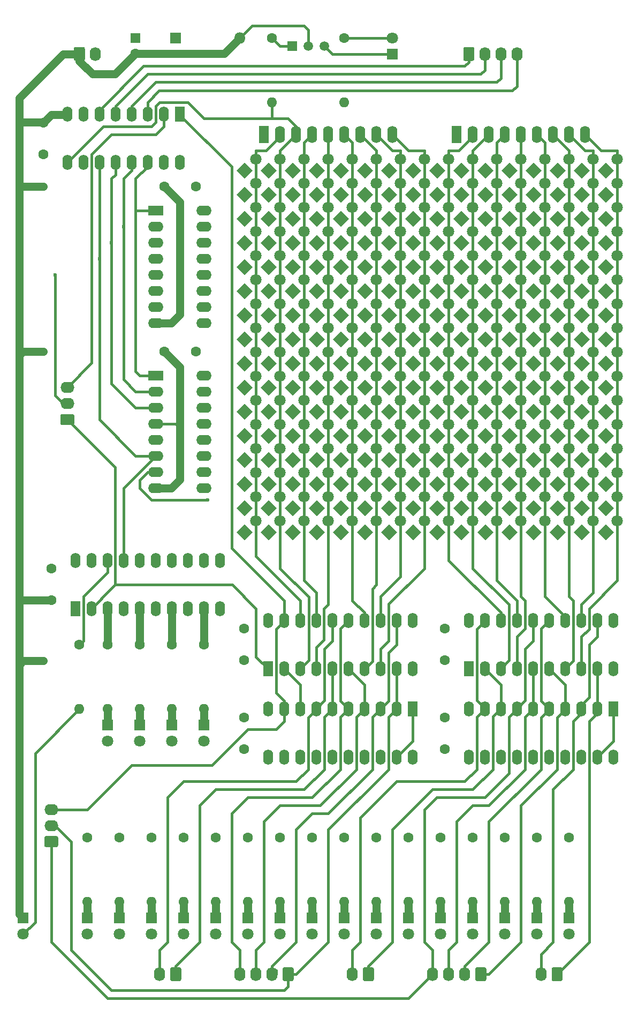
<source format=gbr>
G04 #@! TF.GenerationSoftware,KiCad,Pcbnew,(5.1.7)-1*
G04 #@! TF.CreationDate,2020-11-15T10:49:11+01:00*
G04 #@! TF.ProjectId,Steuerwerk,53746575-6572-4776-9572-6b2e6b696361,rev?*
G04 #@! TF.SameCoordinates,Original*
G04 #@! TF.FileFunction,Copper,L2,Bot*
G04 #@! TF.FilePolarity,Positive*
%FSLAX46Y46*%
G04 Gerber Fmt 4.6, Leading zero omitted, Abs format (unit mm)*
G04 Created by KiCad (PCBNEW (5.1.7)-1) date 2020-11-15 10:49:11*
%MOMM*%
%LPD*%
G01*
G04 APERTURE LIST*
G04 #@! TA.AperFunction,ComponentPad*
%ADD10C,1.800000*%
G04 #@! TD*
G04 #@! TA.AperFunction,ComponentPad*
%ADD11C,0.100000*%
G04 #@! TD*
G04 #@! TA.AperFunction,ComponentPad*
%ADD12O,1.740000X2.190000*%
G04 #@! TD*
G04 #@! TA.AperFunction,ComponentPad*
%ADD13O,1.600000X2.700000*%
G04 #@! TD*
G04 #@! TA.AperFunction,ComponentPad*
%ADD14R,1.600000X2.700000*%
G04 #@! TD*
G04 #@! TA.AperFunction,ComponentPad*
%ADD15O,1.800000X1.800000*%
G04 #@! TD*
G04 #@! TA.AperFunction,ComponentPad*
%ADD16R,1.800000X1.800000*%
G04 #@! TD*
G04 #@! TA.AperFunction,ComponentPad*
%ADD17R,1.500000X1.500000*%
G04 #@! TD*
G04 #@! TA.AperFunction,ComponentPad*
%ADD18C,1.500000*%
G04 #@! TD*
G04 #@! TA.AperFunction,ComponentPad*
%ADD19O,2.400000X1.600000*%
G04 #@! TD*
G04 #@! TA.AperFunction,ComponentPad*
%ADD20R,2.400000X1.600000*%
G04 #@! TD*
G04 #@! TA.AperFunction,ComponentPad*
%ADD21O,1.600000X2.400000*%
G04 #@! TD*
G04 #@! TA.AperFunction,ComponentPad*
%ADD22R,1.600000X2.400000*%
G04 #@! TD*
G04 #@! TA.AperFunction,ComponentPad*
%ADD23O,1.600000X1.600000*%
G04 #@! TD*
G04 #@! TA.AperFunction,ComponentPad*
%ADD24C,1.600000*%
G04 #@! TD*
G04 #@! TA.AperFunction,ComponentPad*
%ADD25R,1.600000X1.600000*%
G04 #@! TD*
G04 #@! TA.AperFunction,ComponentPad*
%ADD26O,2.190000X1.740000*%
G04 #@! TD*
G04 #@! TA.AperFunction,ViaPad*
%ADD27C,0.600000*%
G04 #@! TD*
G04 #@! TA.AperFunction,Conductor*
%ADD28C,1.250000*%
G04 #@! TD*
G04 #@! TA.AperFunction,Conductor*
%ADD29C,0.400000*%
G04 #@! TD*
G04 #@! TA.AperFunction,Conductor*
%ADD30C,0.600000*%
G04 #@! TD*
G04 APERTURE END LIST*
D10*
X138466000Y-113734947D03*
G04 #@! TA.AperFunction,ComponentPad*
D11*
G36*
X136669949Y-116803790D02*
G01*
X135397157Y-115530998D01*
X136669949Y-114258206D01*
X137942741Y-115530998D01*
X136669949Y-116803790D01*
G37*
G04 #@! TD.AperFunction*
D10*
X134656000Y-113734947D03*
G04 #@! TA.AperFunction,ComponentPad*
D11*
G36*
X132859949Y-116803790D02*
G01*
X131587157Y-115530998D01*
X132859949Y-114258206D01*
X134132741Y-115530998D01*
X132859949Y-116803790D01*
G37*
G04 #@! TD.AperFunction*
D10*
X138466000Y-109924947D03*
G04 #@! TA.AperFunction,ComponentPad*
D11*
G36*
X136669949Y-112993790D02*
G01*
X135397157Y-111720998D01*
X136669949Y-110448206D01*
X137942741Y-111720998D01*
X136669949Y-112993790D01*
G37*
G04 #@! TD.AperFunction*
D10*
X134656000Y-109924947D03*
G04 #@! TA.AperFunction,ComponentPad*
D11*
G36*
X132859949Y-112993790D02*
G01*
X131587157Y-111720998D01*
X132859949Y-110448206D01*
X134132741Y-111720998D01*
X132859949Y-112993790D01*
G37*
G04 #@! TD.AperFunction*
D10*
X138466000Y-106114947D03*
G04 #@! TA.AperFunction,ComponentPad*
D11*
G36*
X136669949Y-109183790D02*
G01*
X135397157Y-107910998D01*
X136669949Y-106638206D01*
X137942741Y-107910998D01*
X136669949Y-109183790D01*
G37*
G04 #@! TD.AperFunction*
D10*
X134656000Y-106114947D03*
G04 #@! TA.AperFunction,ComponentPad*
D11*
G36*
X132859949Y-109183790D02*
G01*
X131587157Y-107910998D01*
X132859949Y-106638206D01*
X134132741Y-107910998D01*
X132859949Y-109183790D01*
G37*
G04 #@! TD.AperFunction*
D10*
X138466000Y-102304947D03*
G04 #@! TA.AperFunction,ComponentPad*
D11*
G36*
X136669949Y-105373790D02*
G01*
X135397157Y-104100998D01*
X136669949Y-102828206D01*
X137942741Y-104100998D01*
X136669949Y-105373790D01*
G37*
G04 #@! TD.AperFunction*
D10*
X134656000Y-102304947D03*
G04 #@! TA.AperFunction,ComponentPad*
D11*
G36*
X132859949Y-105373790D02*
G01*
X131587157Y-104100998D01*
X132859949Y-102828206D01*
X134132741Y-104100998D01*
X132859949Y-105373790D01*
G37*
G04 #@! TD.AperFunction*
D10*
X138466000Y-98494947D03*
G04 #@! TA.AperFunction,ComponentPad*
D11*
G36*
X136669949Y-101563790D02*
G01*
X135397157Y-100290998D01*
X136669949Y-99018206D01*
X137942741Y-100290998D01*
X136669949Y-101563790D01*
G37*
G04 #@! TD.AperFunction*
D10*
X134656000Y-98494947D03*
G04 #@! TA.AperFunction,ComponentPad*
D11*
G36*
X132859949Y-101563790D02*
G01*
X131587157Y-100290998D01*
X132859949Y-99018206D01*
X134132741Y-100290998D01*
X132859949Y-101563790D01*
G37*
G04 #@! TD.AperFunction*
D10*
X138466000Y-94684947D03*
G04 #@! TA.AperFunction,ComponentPad*
D11*
G36*
X136669949Y-97753790D02*
G01*
X135397157Y-96480998D01*
X136669949Y-95208206D01*
X137942741Y-96480998D01*
X136669949Y-97753790D01*
G37*
G04 #@! TD.AperFunction*
D10*
X134656000Y-94684947D03*
G04 #@! TA.AperFunction,ComponentPad*
D11*
G36*
X132859949Y-97753790D02*
G01*
X131587157Y-96480998D01*
X132859949Y-95208206D01*
X134132741Y-96480998D01*
X132859949Y-97753790D01*
G37*
G04 #@! TD.AperFunction*
D10*
X138466000Y-90874947D03*
G04 #@! TA.AperFunction,ComponentPad*
D11*
G36*
X136669949Y-93943790D02*
G01*
X135397157Y-92670998D01*
X136669949Y-91398206D01*
X137942741Y-92670998D01*
X136669949Y-93943790D01*
G37*
G04 #@! TD.AperFunction*
D10*
X134656000Y-90874947D03*
G04 #@! TA.AperFunction,ComponentPad*
D11*
G36*
X132859949Y-93943790D02*
G01*
X131587157Y-92670998D01*
X132859949Y-91398206D01*
X134132741Y-92670998D01*
X132859949Y-93943790D01*
G37*
G04 #@! TD.AperFunction*
D10*
X138466000Y-87064947D03*
G04 #@! TA.AperFunction,ComponentPad*
D11*
G36*
X136669949Y-90133790D02*
G01*
X135397157Y-88860998D01*
X136669949Y-87588206D01*
X137942741Y-88860998D01*
X136669949Y-90133790D01*
G37*
G04 #@! TD.AperFunction*
D10*
X134656000Y-87064947D03*
G04 #@! TA.AperFunction,ComponentPad*
D11*
G36*
X132859949Y-90133790D02*
G01*
X131587157Y-88860998D01*
X132859949Y-87588206D01*
X134132741Y-88860998D01*
X132859949Y-90133790D01*
G37*
G04 #@! TD.AperFunction*
D10*
X138466000Y-83254947D03*
G04 #@! TA.AperFunction,ComponentPad*
D11*
G36*
X136669949Y-86323790D02*
G01*
X135397157Y-85050998D01*
X136669949Y-83778206D01*
X137942741Y-85050998D01*
X136669949Y-86323790D01*
G37*
G04 #@! TD.AperFunction*
D10*
X134656000Y-83254947D03*
G04 #@! TA.AperFunction,ComponentPad*
D11*
G36*
X132859949Y-86323790D02*
G01*
X131587157Y-85050998D01*
X132859949Y-83778206D01*
X134132741Y-85050998D01*
X132859949Y-86323790D01*
G37*
G04 #@! TD.AperFunction*
D10*
X138466000Y-79444947D03*
G04 #@! TA.AperFunction,ComponentPad*
D11*
G36*
X136669949Y-82513790D02*
G01*
X135397157Y-81240998D01*
X136669949Y-79968206D01*
X137942741Y-81240998D01*
X136669949Y-82513790D01*
G37*
G04 #@! TD.AperFunction*
D10*
X134656000Y-79444947D03*
G04 #@! TA.AperFunction,ComponentPad*
D11*
G36*
X132859949Y-82513790D02*
G01*
X131587157Y-81240998D01*
X132859949Y-79968206D01*
X134132741Y-81240998D01*
X132859949Y-82513790D01*
G37*
G04 #@! TD.AperFunction*
D10*
X138466000Y-75634947D03*
G04 #@! TA.AperFunction,ComponentPad*
D11*
G36*
X136669949Y-78703790D02*
G01*
X135397157Y-77430998D01*
X136669949Y-76158206D01*
X137942741Y-77430998D01*
X136669949Y-78703790D01*
G37*
G04 #@! TD.AperFunction*
D10*
X134656000Y-75634947D03*
G04 #@! TA.AperFunction,ComponentPad*
D11*
G36*
X132859949Y-78703790D02*
G01*
X131587157Y-77430998D01*
X132859949Y-76158206D01*
X134132741Y-77430998D01*
X132859949Y-78703790D01*
G37*
G04 #@! TD.AperFunction*
D10*
X138466000Y-71824947D03*
G04 #@! TA.AperFunction,ComponentPad*
D11*
G36*
X136669949Y-74893790D02*
G01*
X135397157Y-73620998D01*
X136669949Y-72348206D01*
X137942741Y-73620998D01*
X136669949Y-74893790D01*
G37*
G04 #@! TD.AperFunction*
D10*
X134656000Y-71824947D03*
G04 #@! TA.AperFunction,ComponentPad*
D11*
G36*
X132859949Y-74893790D02*
G01*
X131587157Y-73620998D01*
X132859949Y-72348206D01*
X134132741Y-73620998D01*
X132859949Y-74893790D01*
G37*
G04 #@! TD.AperFunction*
D10*
X138466000Y-68014947D03*
G04 #@! TA.AperFunction,ComponentPad*
D11*
G36*
X136669949Y-71083790D02*
G01*
X135397157Y-69810998D01*
X136669949Y-68538206D01*
X137942741Y-69810998D01*
X136669949Y-71083790D01*
G37*
G04 #@! TD.AperFunction*
D10*
X134656000Y-68014947D03*
G04 #@! TA.AperFunction,ComponentPad*
D11*
G36*
X132859949Y-71083790D02*
G01*
X131587157Y-69810998D01*
X132859949Y-68538206D01*
X134132741Y-69810998D01*
X132859949Y-71083790D01*
G37*
G04 #@! TD.AperFunction*
D10*
X130846000Y-113734947D03*
G04 #@! TA.AperFunction,ComponentPad*
D11*
G36*
X129049949Y-116803790D02*
G01*
X127777157Y-115530998D01*
X129049949Y-114258206D01*
X130322741Y-115530998D01*
X129049949Y-116803790D01*
G37*
G04 #@! TD.AperFunction*
D10*
X130846000Y-106114947D03*
G04 #@! TA.AperFunction,ComponentPad*
D11*
G36*
X129049949Y-109183790D02*
G01*
X127777157Y-107910998D01*
X129049949Y-106638206D01*
X130322741Y-107910998D01*
X129049949Y-109183790D01*
G37*
G04 #@! TD.AperFunction*
D10*
X130846000Y-102304947D03*
G04 #@! TA.AperFunction,ComponentPad*
D11*
G36*
X129049949Y-105373790D02*
G01*
X127777157Y-104100998D01*
X129049949Y-102828206D01*
X130322741Y-104100998D01*
X129049949Y-105373790D01*
G37*
G04 #@! TD.AperFunction*
D10*
X130846000Y-98494947D03*
G04 #@! TA.AperFunction,ComponentPad*
D11*
G36*
X129049949Y-101563790D02*
G01*
X127777157Y-100290998D01*
X129049949Y-99018206D01*
X130322741Y-100290998D01*
X129049949Y-101563790D01*
G37*
G04 #@! TD.AperFunction*
D10*
X130846000Y-94684947D03*
G04 #@! TA.AperFunction,ComponentPad*
D11*
G36*
X129049949Y-97753790D02*
G01*
X127777157Y-96480998D01*
X129049949Y-95208206D01*
X130322741Y-96480998D01*
X129049949Y-97753790D01*
G37*
G04 #@! TD.AperFunction*
D10*
X130846000Y-90874947D03*
G04 #@! TA.AperFunction,ComponentPad*
D11*
G36*
X129049949Y-93943790D02*
G01*
X127777157Y-92670998D01*
X129049949Y-91398206D01*
X130322741Y-92670998D01*
X129049949Y-93943790D01*
G37*
G04 #@! TD.AperFunction*
D10*
X130846000Y-87064947D03*
G04 #@! TA.AperFunction,ComponentPad*
D11*
G36*
X129049949Y-90133790D02*
G01*
X127777157Y-88860998D01*
X129049949Y-87588206D01*
X130322741Y-88860998D01*
X129049949Y-90133790D01*
G37*
G04 #@! TD.AperFunction*
D10*
X130846000Y-83254947D03*
G04 #@! TA.AperFunction,ComponentPad*
D11*
G36*
X129049949Y-86323790D02*
G01*
X127777157Y-85050998D01*
X129049949Y-83778206D01*
X130322741Y-85050998D01*
X129049949Y-86323790D01*
G37*
G04 #@! TD.AperFunction*
D10*
X130846000Y-79444947D03*
G04 #@! TA.AperFunction,ComponentPad*
D11*
G36*
X129049949Y-82513790D02*
G01*
X127777157Y-81240998D01*
X129049949Y-79968206D01*
X130322741Y-81240998D01*
X129049949Y-82513790D01*
G37*
G04 #@! TD.AperFunction*
D10*
X130846000Y-75634947D03*
G04 #@! TA.AperFunction,ComponentPad*
D11*
G36*
X129049949Y-78703790D02*
G01*
X127777157Y-77430998D01*
X129049949Y-76158206D01*
X130322741Y-77430998D01*
X129049949Y-78703790D01*
G37*
G04 #@! TD.AperFunction*
D10*
X130846000Y-71824947D03*
G04 #@! TA.AperFunction,ComponentPad*
D11*
G36*
X129049949Y-74893790D02*
G01*
X127777157Y-73620998D01*
X129049949Y-72348206D01*
X130322741Y-73620998D01*
X129049949Y-74893790D01*
G37*
G04 #@! TD.AperFunction*
D10*
X130846000Y-68014947D03*
G04 #@! TA.AperFunction,ComponentPad*
D11*
G36*
X129049949Y-71083790D02*
G01*
X127777157Y-69810998D01*
X129049949Y-68538206D01*
X130322741Y-69810998D01*
X129049949Y-71083790D01*
G37*
G04 #@! TD.AperFunction*
D10*
X127036000Y-113734947D03*
G04 #@! TA.AperFunction,ComponentPad*
D11*
G36*
X125239949Y-116803790D02*
G01*
X123967157Y-115530998D01*
X125239949Y-114258206D01*
X126512741Y-115530998D01*
X125239949Y-116803790D01*
G37*
G04 #@! TD.AperFunction*
D10*
X127036000Y-109924947D03*
G04 #@! TA.AperFunction,ComponentPad*
D11*
G36*
X125239949Y-112993790D02*
G01*
X123967157Y-111720998D01*
X125239949Y-110448206D01*
X126512741Y-111720998D01*
X125239949Y-112993790D01*
G37*
G04 #@! TD.AperFunction*
D10*
X127036000Y-106114947D03*
G04 #@! TA.AperFunction,ComponentPad*
D11*
G36*
X125239949Y-109183790D02*
G01*
X123967157Y-107910998D01*
X125239949Y-106638206D01*
X126512741Y-107910998D01*
X125239949Y-109183790D01*
G37*
G04 #@! TD.AperFunction*
D10*
X127036000Y-98494947D03*
G04 #@! TA.AperFunction,ComponentPad*
D11*
G36*
X125239949Y-101563790D02*
G01*
X123967157Y-100290998D01*
X125239949Y-99018206D01*
X126512741Y-100290998D01*
X125239949Y-101563790D01*
G37*
G04 #@! TD.AperFunction*
D10*
X127036000Y-94684947D03*
G04 #@! TA.AperFunction,ComponentPad*
D11*
G36*
X125239949Y-97753790D02*
G01*
X123967157Y-96480998D01*
X125239949Y-95208206D01*
X126512741Y-96480998D01*
X125239949Y-97753790D01*
G37*
G04 #@! TD.AperFunction*
D10*
X127036000Y-87064947D03*
G04 #@! TA.AperFunction,ComponentPad*
D11*
G36*
X125239949Y-90133790D02*
G01*
X123967157Y-88860998D01*
X125239949Y-87588206D01*
X126512741Y-88860998D01*
X125239949Y-90133790D01*
G37*
G04 #@! TD.AperFunction*
D10*
X127036000Y-83254947D03*
G04 #@! TA.AperFunction,ComponentPad*
D11*
G36*
X125239949Y-86323790D02*
G01*
X123967157Y-85050998D01*
X125239949Y-83778206D01*
X126512741Y-85050998D01*
X125239949Y-86323790D01*
G37*
G04 #@! TD.AperFunction*
D10*
X127036000Y-79444947D03*
G04 #@! TA.AperFunction,ComponentPad*
D11*
G36*
X125239949Y-82513790D02*
G01*
X123967157Y-81240998D01*
X125239949Y-79968206D01*
X126512741Y-81240998D01*
X125239949Y-82513790D01*
G37*
G04 #@! TD.AperFunction*
D10*
X127036000Y-71824947D03*
G04 #@! TA.AperFunction,ComponentPad*
D11*
G36*
X125239949Y-74893790D02*
G01*
X123967157Y-73620998D01*
X125239949Y-72348206D01*
X126512741Y-73620998D01*
X125239949Y-74893790D01*
G37*
G04 #@! TD.AperFunction*
D10*
X127036000Y-68014947D03*
G04 #@! TA.AperFunction,ComponentPad*
D11*
G36*
X125239949Y-71083790D02*
G01*
X123967157Y-69810998D01*
X125239949Y-68538206D01*
X126512741Y-69810998D01*
X125239949Y-71083790D01*
G37*
G04 #@! TD.AperFunction*
D10*
X123226000Y-113734947D03*
G04 #@! TA.AperFunction,ComponentPad*
D11*
G36*
X121429949Y-116803790D02*
G01*
X120157157Y-115530998D01*
X121429949Y-114258206D01*
X122702741Y-115530998D01*
X121429949Y-116803790D01*
G37*
G04 #@! TD.AperFunction*
D10*
X119416000Y-113734947D03*
G04 #@! TA.AperFunction,ComponentPad*
D11*
G36*
X117619949Y-116803790D02*
G01*
X116347157Y-115530998D01*
X117619949Y-114258206D01*
X118892741Y-115530998D01*
X117619949Y-116803790D01*
G37*
G04 #@! TD.AperFunction*
D10*
X119416000Y-109924947D03*
G04 #@! TA.AperFunction,ComponentPad*
D11*
G36*
X117619949Y-112993790D02*
G01*
X116347157Y-111720998D01*
X117619949Y-110448206D01*
X118892741Y-111720998D01*
X117619949Y-112993790D01*
G37*
G04 #@! TD.AperFunction*
D10*
X119416000Y-106114947D03*
G04 #@! TA.AperFunction,ComponentPad*
D11*
G36*
X117619949Y-109183790D02*
G01*
X116347157Y-107910998D01*
X117619949Y-106638206D01*
X118892741Y-107910998D01*
X117619949Y-109183790D01*
G37*
G04 #@! TD.AperFunction*
D10*
X119416000Y-102304947D03*
G04 #@! TA.AperFunction,ComponentPad*
D11*
G36*
X117619949Y-105373790D02*
G01*
X116347157Y-104100998D01*
X117619949Y-102828206D01*
X118892741Y-104100998D01*
X117619949Y-105373790D01*
G37*
G04 #@! TD.AperFunction*
D10*
X119416000Y-98494947D03*
G04 #@! TA.AperFunction,ComponentPad*
D11*
G36*
X117619949Y-101563790D02*
G01*
X116347157Y-100290998D01*
X117619949Y-99018206D01*
X118892741Y-100290998D01*
X117619949Y-101563790D01*
G37*
G04 #@! TD.AperFunction*
D10*
X119416000Y-94684947D03*
G04 #@! TA.AperFunction,ComponentPad*
D11*
G36*
X117619949Y-97753790D02*
G01*
X116347157Y-96480998D01*
X117619949Y-95208206D01*
X118892741Y-96480998D01*
X117619949Y-97753790D01*
G37*
G04 #@! TD.AperFunction*
D10*
X119416000Y-90874947D03*
G04 #@! TA.AperFunction,ComponentPad*
D11*
G36*
X117619949Y-93943790D02*
G01*
X116347157Y-92670998D01*
X117619949Y-91398206D01*
X118892741Y-92670998D01*
X117619949Y-93943790D01*
G37*
G04 #@! TD.AperFunction*
D10*
X119416000Y-87064947D03*
G04 #@! TA.AperFunction,ComponentPad*
D11*
G36*
X117619949Y-90133790D02*
G01*
X116347157Y-88860998D01*
X117619949Y-87588206D01*
X118892741Y-88860998D01*
X117619949Y-90133790D01*
G37*
G04 #@! TD.AperFunction*
D10*
X119416000Y-83254947D03*
G04 #@! TA.AperFunction,ComponentPad*
D11*
G36*
X117619949Y-86323790D02*
G01*
X116347157Y-85050998D01*
X117619949Y-83778206D01*
X118892741Y-85050998D01*
X117619949Y-86323790D01*
G37*
G04 #@! TD.AperFunction*
D10*
X119416000Y-79444947D03*
G04 #@! TA.AperFunction,ComponentPad*
D11*
G36*
X117619949Y-82513790D02*
G01*
X116347157Y-81240998D01*
X117619949Y-79968206D01*
X118892741Y-81240998D01*
X117619949Y-82513790D01*
G37*
G04 #@! TD.AperFunction*
D10*
X119416000Y-75634947D03*
G04 #@! TA.AperFunction,ComponentPad*
D11*
G36*
X117619949Y-78703790D02*
G01*
X116347157Y-77430998D01*
X117619949Y-76158206D01*
X118892741Y-77430998D01*
X117619949Y-78703790D01*
G37*
G04 #@! TD.AperFunction*
D10*
X119416000Y-71824947D03*
G04 #@! TA.AperFunction,ComponentPad*
D11*
G36*
X117619949Y-74893790D02*
G01*
X116347157Y-73620998D01*
X117619949Y-72348206D01*
X118892741Y-73620998D01*
X117619949Y-74893790D01*
G37*
G04 #@! TD.AperFunction*
D10*
X119416000Y-68014947D03*
G04 #@! TA.AperFunction,ComponentPad*
D11*
G36*
X117619949Y-71083790D02*
G01*
X116347157Y-69810998D01*
X117619949Y-68538206D01*
X118892741Y-69810998D01*
X117619949Y-71083790D01*
G37*
G04 #@! TD.AperFunction*
D10*
X115606000Y-113734947D03*
G04 #@! TA.AperFunction,ComponentPad*
D11*
G36*
X113809949Y-116803790D02*
G01*
X112537157Y-115530998D01*
X113809949Y-114258206D01*
X115082741Y-115530998D01*
X113809949Y-116803790D01*
G37*
G04 #@! TD.AperFunction*
D10*
X115606000Y-109924947D03*
G04 #@! TA.AperFunction,ComponentPad*
D11*
G36*
X113809949Y-112993790D02*
G01*
X112537157Y-111720998D01*
X113809949Y-110448206D01*
X115082741Y-111720998D01*
X113809949Y-112993790D01*
G37*
G04 #@! TD.AperFunction*
D10*
X115606000Y-106114947D03*
G04 #@! TA.AperFunction,ComponentPad*
D11*
G36*
X113809949Y-109183790D02*
G01*
X112537157Y-107910998D01*
X113809949Y-106638206D01*
X115082741Y-107910998D01*
X113809949Y-109183790D01*
G37*
G04 #@! TD.AperFunction*
D10*
X115606000Y-102304947D03*
G04 #@! TA.AperFunction,ComponentPad*
D11*
G36*
X113809949Y-105373790D02*
G01*
X112537157Y-104100998D01*
X113809949Y-102828206D01*
X115082741Y-104100998D01*
X113809949Y-105373790D01*
G37*
G04 #@! TD.AperFunction*
D10*
X115606000Y-98494947D03*
G04 #@! TA.AperFunction,ComponentPad*
D11*
G36*
X113809949Y-101563790D02*
G01*
X112537157Y-100290998D01*
X113809949Y-99018206D01*
X115082741Y-100290998D01*
X113809949Y-101563790D01*
G37*
G04 #@! TD.AperFunction*
D10*
X115606000Y-94684947D03*
G04 #@! TA.AperFunction,ComponentPad*
D11*
G36*
X113809949Y-97753790D02*
G01*
X112537157Y-96480998D01*
X113809949Y-95208206D01*
X115082741Y-96480998D01*
X113809949Y-97753790D01*
G37*
G04 #@! TD.AperFunction*
D10*
X115606000Y-90874947D03*
G04 #@! TA.AperFunction,ComponentPad*
D11*
G36*
X113809949Y-93943790D02*
G01*
X112537157Y-92670998D01*
X113809949Y-91398206D01*
X115082741Y-92670998D01*
X113809949Y-93943790D01*
G37*
G04 #@! TD.AperFunction*
D10*
X115606000Y-87064947D03*
G04 #@! TA.AperFunction,ComponentPad*
D11*
G36*
X113809949Y-90133790D02*
G01*
X112537157Y-88860998D01*
X113809949Y-87588206D01*
X115082741Y-88860998D01*
X113809949Y-90133790D01*
G37*
G04 #@! TD.AperFunction*
D10*
X115606000Y-83254947D03*
G04 #@! TA.AperFunction,ComponentPad*
D11*
G36*
X113809949Y-86323790D02*
G01*
X112537157Y-85050998D01*
X113809949Y-83778206D01*
X115082741Y-85050998D01*
X113809949Y-86323790D01*
G37*
G04 #@! TD.AperFunction*
D10*
X115606000Y-79444947D03*
G04 #@! TA.AperFunction,ComponentPad*
D11*
G36*
X113809949Y-82513790D02*
G01*
X112537157Y-81240998D01*
X113809949Y-79968206D01*
X115082741Y-81240998D01*
X113809949Y-82513790D01*
G37*
G04 #@! TD.AperFunction*
D10*
X115606000Y-75634947D03*
G04 #@! TA.AperFunction,ComponentPad*
D11*
G36*
X113809949Y-78703790D02*
G01*
X112537157Y-77430998D01*
X113809949Y-76158206D01*
X115082741Y-77430998D01*
X113809949Y-78703790D01*
G37*
G04 #@! TD.AperFunction*
D10*
X115606000Y-71824947D03*
G04 #@! TA.AperFunction,ComponentPad*
D11*
G36*
X113809949Y-74893790D02*
G01*
X112537157Y-73620998D01*
X113809949Y-72348206D01*
X115082741Y-73620998D01*
X113809949Y-74893790D01*
G37*
G04 #@! TD.AperFunction*
D10*
X115606000Y-68014947D03*
G04 #@! TA.AperFunction,ComponentPad*
D11*
G36*
X113809949Y-71083790D02*
G01*
X112537157Y-69810998D01*
X113809949Y-68538206D01*
X115082741Y-69810998D01*
X113809949Y-71083790D01*
G37*
G04 #@! TD.AperFunction*
D10*
X111796000Y-113734947D03*
G04 #@! TA.AperFunction,ComponentPad*
D11*
G36*
X109999949Y-116803790D02*
G01*
X108727157Y-115530998D01*
X109999949Y-114258206D01*
X111272741Y-115530998D01*
X109999949Y-116803790D01*
G37*
G04 #@! TD.AperFunction*
D10*
X111796000Y-109924947D03*
G04 #@! TA.AperFunction,ComponentPad*
D11*
G36*
X109999949Y-112993790D02*
G01*
X108727157Y-111720998D01*
X109999949Y-110448206D01*
X111272741Y-111720998D01*
X109999949Y-112993790D01*
G37*
G04 #@! TD.AperFunction*
D10*
X111796000Y-106114947D03*
G04 #@! TA.AperFunction,ComponentPad*
D11*
G36*
X109999949Y-109183790D02*
G01*
X108727157Y-107910998D01*
X109999949Y-106638206D01*
X111272741Y-107910998D01*
X109999949Y-109183790D01*
G37*
G04 #@! TD.AperFunction*
D10*
X111796000Y-102304947D03*
G04 #@! TA.AperFunction,ComponentPad*
D11*
G36*
X109999949Y-105373790D02*
G01*
X108727157Y-104100998D01*
X109999949Y-102828206D01*
X111272741Y-104100998D01*
X109999949Y-105373790D01*
G37*
G04 #@! TD.AperFunction*
D10*
X111796000Y-94684947D03*
G04 #@! TA.AperFunction,ComponentPad*
D11*
G36*
X109999949Y-97753790D02*
G01*
X108727157Y-96480998D01*
X109999949Y-95208206D01*
X111272741Y-96480998D01*
X109999949Y-97753790D01*
G37*
G04 #@! TD.AperFunction*
D10*
X111796000Y-90874947D03*
G04 #@! TA.AperFunction,ComponentPad*
D11*
G36*
X109999949Y-93943790D02*
G01*
X108727157Y-92670998D01*
X109999949Y-91398206D01*
X111272741Y-92670998D01*
X109999949Y-93943790D01*
G37*
G04 #@! TD.AperFunction*
D10*
X111796000Y-87064947D03*
G04 #@! TA.AperFunction,ComponentPad*
D11*
G36*
X109999949Y-90133790D02*
G01*
X108727157Y-88860998D01*
X109999949Y-87588206D01*
X111272741Y-88860998D01*
X109999949Y-90133790D01*
G37*
G04 #@! TD.AperFunction*
D10*
X111796000Y-83254947D03*
G04 #@! TA.AperFunction,ComponentPad*
D11*
G36*
X109999949Y-86323790D02*
G01*
X108727157Y-85050998D01*
X109999949Y-83778206D01*
X111272741Y-85050998D01*
X109999949Y-86323790D01*
G37*
G04 #@! TD.AperFunction*
D10*
X111796000Y-79444947D03*
G04 #@! TA.AperFunction,ComponentPad*
D11*
G36*
X109999949Y-82513790D02*
G01*
X108727157Y-81240998D01*
X109999949Y-79968206D01*
X111272741Y-81240998D01*
X109999949Y-82513790D01*
G37*
G04 #@! TD.AperFunction*
D10*
X111796000Y-75634947D03*
G04 #@! TA.AperFunction,ComponentPad*
D11*
G36*
X109999949Y-78703790D02*
G01*
X108727157Y-77430998D01*
X109999949Y-76158206D01*
X111272741Y-77430998D01*
X109999949Y-78703790D01*
G37*
G04 #@! TD.AperFunction*
D10*
X111796000Y-71824947D03*
G04 #@! TA.AperFunction,ComponentPad*
D11*
G36*
X109999949Y-74893790D02*
G01*
X108727157Y-73620998D01*
X109999949Y-72348206D01*
X111272741Y-73620998D01*
X109999949Y-74893790D01*
G37*
G04 #@! TD.AperFunction*
D10*
X111796000Y-68014947D03*
G04 #@! TA.AperFunction,ComponentPad*
D11*
G36*
X109999949Y-71083790D02*
G01*
X108727157Y-69810998D01*
X109999949Y-68538206D01*
X111272741Y-69810998D01*
X109999949Y-71083790D01*
G37*
G04 #@! TD.AperFunction*
D10*
X138466000Y-64204947D03*
G04 #@! TA.AperFunction,ComponentPad*
D11*
G36*
X136669949Y-67273790D02*
G01*
X135397157Y-66000998D01*
X136669949Y-64728206D01*
X137942741Y-66000998D01*
X136669949Y-67273790D01*
G37*
G04 #@! TD.AperFunction*
D10*
X134656000Y-64204947D03*
G04 #@! TA.AperFunction,ComponentPad*
D11*
G36*
X132859949Y-67273790D02*
G01*
X131587157Y-66000998D01*
X132859949Y-64728206D01*
X134132741Y-66000998D01*
X132859949Y-67273790D01*
G37*
G04 #@! TD.AperFunction*
D10*
X130846000Y-64204947D03*
G04 #@! TA.AperFunction,ComponentPad*
D11*
G36*
X129049949Y-67273790D02*
G01*
X127777157Y-66000998D01*
X129049949Y-64728206D01*
X130322741Y-66000998D01*
X129049949Y-67273790D01*
G37*
G04 #@! TD.AperFunction*
D10*
X127036000Y-64204947D03*
G04 #@! TA.AperFunction,ComponentPad*
D11*
G36*
X125239949Y-67273790D02*
G01*
X123967157Y-66000998D01*
X125239949Y-64728206D01*
X126512741Y-66000998D01*
X125239949Y-67273790D01*
G37*
G04 #@! TD.AperFunction*
D10*
X123226000Y-64204947D03*
G04 #@! TA.AperFunction,ComponentPad*
D11*
G36*
X121429949Y-67273790D02*
G01*
X120157157Y-66000998D01*
X121429949Y-64728206D01*
X122702741Y-66000998D01*
X121429949Y-67273790D01*
G37*
G04 #@! TD.AperFunction*
D10*
X119416000Y-64204947D03*
G04 #@! TA.AperFunction,ComponentPad*
D11*
G36*
X117619949Y-67273790D02*
G01*
X116347157Y-66000998D01*
X117619949Y-64728206D01*
X118892741Y-66000998D01*
X117619949Y-67273790D01*
G37*
G04 #@! TD.AperFunction*
D10*
X111796000Y-64204947D03*
G04 #@! TA.AperFunction,ComponentPad*
D11*
G36*
X109999949Y-67273790D02*
G01*
X108727157Y-66000998D01*
X109999949Y-64728206D01*
X111272741Y-66000998D01*
X109999949Y-67273790D01*
G37*
G04 #@! TD.AperFunction*
D10*
X138466000Y-60394947D03*
G04 #@! TA.AperFunction,ComponentPad*
D11*
G36*
X136669949Y-63463790D02*
G01*
X135397157Y-62190998D01*
X136669949Y-60918206D01*
X137942741Y-62190998D01*
X136669949Y-63463790D01*
G37*
G04 #@! TD.AperFunction*
D10*
X134656000Y-60394947D03*
G04 #@! TA.AperFunction,ComponentPad*
D11*
G36*
X132859949Y-63463790D02*
G01*
X131587157Y-62190998D01*
X132859949Y-60918206D01*
X134132741Y-62190998D01*
X132859949Y-63463790D01*
G37*
G04 #@! TD.AperFunction*
D10*
X130846000Y-60394947D03*
G04 #@! TA.AperFunction,ComponentPad*
D11*
G36*
X129049949Y-63463790D02*
G01*
X127777157Y-62190998D01*
X129049949Y-60918206D01*
X130322741Y-62190998D01*
X129049949Y-63463790D01*
G37*
G04 #@! TD.AperFunction*
D10*
X127036000Y-60394947D03*
G04 #@! TA.AperFunction,ComponentPad*
D11*
G36*
X125239949Y-63463790D02*
G01*
X123967157Y-62190998D01*
X125239949Y-60918206D01*
X126512741Y-62190998D01*
X125239949Y-63463790D01*
G37*
G04 #@! TD.AperFunction*
D10*
X123226000Y-60394947D03*
G04 #@! TA.AperFunction,ComponentPad*
D11*
G36*
X121429949Y-63463790D02*
G01*
X120157157Y-62190998D01*
X121429949Y-60918206D01*
X122702741Y-62190998D01*
X121429949Y-63463790D01*
G37*
G04 #@! TD.AperFunction*
D10*
X111814051Y-60394947D03*
G04 #@! TA.AperFunction,ComponentPad*
D11*
G36*
X110018000Y-63463790D02*
G01*
X108745208Y-62190998D01*
X110018000Y-60918206D01*
X111290792Y-62190998D01*
X110018000Y-63463790D01*
G37*
G04 #@! TD.AperFunction*
D10*
X138466000Y-56584947D03*
G04 #@! TA.AperFunction,ComponentPad*
D11*
G36*
X136669949Y-59653790D02*
G01*
X135397157Y-58380998D01*
X136669949Y-57108206D01*
X137942741Y-58380998D01*
X136669949Y-59653790D01*
G37*
G04 #@! TD.AperFunction*
D10*
X134656000Y-56584947D03*
G04 #@! TA.AperFunction,ComponentPad*
D11*
G36*
X132859949Y-59653790D02*
G01*
X131587157Y-58380998D01*
X132859949Y-57108206D01*
X134132741Y-58380998D01*
X132859949Y-59653790D01*
G37*
G04 #@! TD.AperFunction*
D10*
X130846000Y-56584947D03*
G04 #@! TA.AperFunction,ComponentPad*
D11*
G36*
X129049949Y-59653790D02*
G01*
X127777157Y-58380998D01*
X129049949Y-57108206D01*
X130322741Y-58380998D01*
X129049949Y-59653790D01*
G37*
G04 #@! TD.AperFunction*
D10*
X127036000Y-56584947D03*
G04 #@! TA.AperFunction,ComponentPad*
D11*
G36*
X125239949Y-59653790D02*
G01*
X123967157Y-58380998D01*
X125239949Y-57108206D01*
X126512741Y-58380998D01*
X125239949Y-59653790D01*
G37*
G04 #@! TD.AperFunction*
D10*
X123226000Y-56584947D03*
G04 #@! TA.AperFunction,ComponentPad*
D11*
G36*
X121429949Y-59653790D02*
G01*
X120157157Y-58380998D01*
X121429949Y-57108206D01*
X122702741Y-58380998D01*
X121429949Y-59653790D01*
G37*
G04 #@! TD.AperFunction*
D10*
X119416000Y-56584947D03*
G04 #@! TA.AperFunction,ComponentPad*
D11*
G36*
X117619949Y-59653790D02*
G01*
X116347157Y-58380998D01*
X117619949Y-57108206D01*
X118892741Y-58380998D01*
X117619949Y-59653790D01*
G37*
G04 #@! TD.AperFunction*
D10*
X111796000Y-56584947D03*
G04 #@! TA.AperFunction,ComponentPad*
D11*
G36*
X109999949Y-59653790D02*
G01*
X108727157Y-58380998D01*
X109999949Y-57108206D01*
X111272741Y-58380998D01*
X109999949Y-59653790D01*
G37*
G04 #@! TD.AperFunction*
D10*
X130846000Y-109924947D03*
G04 #@! TA.AperFunction,ComponentPad*
D11*
G36*
X129049949Y-112993790D02*
G01*
X127777157Y-111720998D01*
X129049949Y-110448206D01*
X130322741Y-111720998D01*
X129049949Y-112993790D01*
G37*
G04 #@! TD.AperFunction*
D10*
X123226000Y-109924947D03*
G04 #@! TA.AperFunction,ComponentPad*
D11*
G36*
X121429949Y-112993790D02*
G01*
X120157157Y-111720998D01*
X121429949Y-110448206D01*
X122702741Y-111720998D01*
X121429949Y-112993790D01*
G37*
G04 #@! TD.AperFunction*
D10*
X88936000Y-109924947D03*
G04 #@! TA.AperFunction,ComponentPad*
D11*
G36*
X87139949Y-112993790D02*
G01*
X85867157Y-111720998D01*
X87139949Y-110448206D01*
X88412741Y-111720998D01*
X87139949Y-112993790D01*
G37*
G04 #@! TD.AperFunction*
D10*
X81316000Y-109924947D03*
G04 #@! TA.AperFunction,ComponentPad*
D11*
G36*
X79519949Y-112993790D02*
G01*
X78247157Y-111720998D01*
X79519949Y-110448206D01*
X80792741Y-111720998D01*
X79519949Y-112993790D01*
G37*
G04 #@! TD.AperFunction*
D10*
X123226000Y-106114947D03*
G04 #@! TA.AperFunction,ComponentPad*
D11*
G36*
X121429949Y-109183790D02*
G01*
X120157157Y-107910998D01*
X121429949Y-106638206D01*
X122702741Y-107910998D01*
X121429949Y-109183790D01*
G37*
G04 #@! TD.AperFunction*
D10*
X88936000Y-106114947D03*
G04 #@! TA.AperFunction,ComponentPad*
D11*
G36*
X87139949Y-109183790D02*
G01*
X85867157Y-107910998D01*
X87139949Y-106638206D01*
X88412741Y-107910998D01*
X87139949Y-109183790D01*
G37*
G04 #@! TD.AperFunction*
D10*
X127036000Y-102304947D03*
G04 #@! TA.AperFunction,ComponentPad*
D11*
G36*
X125239949Y-105373790D02*
G01*
X123967157Y-104100998D01*
X125239949Y-102828206D01*
X126512741Y-104100998D01*
X125239949Y-105373790D01*
G37*
G04 #@! TD.AperFunction*
D10*
X123226000Y-102304947D03*
G04 #@! TA.AperFunction,ComponentPad*
D11*
G36*
X121429949Y-105373790D02*
G01*
X120157157Y-104100998D01*
X121429949Y-102828206D01*
X122702741Y-104100998D01*
X121429949Y-105373790D01*
G37*
G04 #@! TD.AperFunction*
D10*
X123226000Y-98494947D03*
G04 #@! TA.AperFunction,ComponentPad*
D11*
G36*
X121429949Y-101563790D02*
G01*
X120157157Y-100290998D01*
X121429949Y-99018206D01*
X122702741Y-100290998D01*
X121429949Y-101563790D01*
G37*
G04 #@! TD.AperFunction*
D10*
X111796000Y-98494947D03*
G04 #@! TA.AperFunction,ComponentPad*
D11*
G36*
X109999949Y-101563790D02*
G01*
X108727157Y-100290998D01*
X109999949Y-99018206D01*
X111272741Y-100290998D01*
X109999949Y-101563790D01*
G37*
G04 #@! TD.AperFunction*
D10*
X81316000Y-98494947D03*
G04 #@! TA.AperFunction,ComponentPad*
D11*
G36*
X79519949Y-101563790D02*
G01*
X78247157Y-100290998D01*
X79519949Y-99018206D01*
X80792741Y-100290998D01*
X79519949Y-101563790D01*
G37*
G04 #@! TD.AperFunction*
D10*
X123226000Y-94684947D03*
G04 #@! TA.AperFunction,ComponentPad*
D11*
G36*
X121429949Y-97753790D02*
G01*
X120157157Y-96480998D01*
X121429949Y-95208206D01*
X122702741Y-96480998D01*
X121429949Y-97753790D01*
G37*
G04 #@! TD.AperFunction*
D10*
X107986000Y-94684947D03*
G04 #@! TA.AperFunction,ComponentPad*
D11*
G36*
X106189949Y-97753790D02*
G01*
X104917157Y-96480998D01*
X106189949Y-95208206D01*
X107462741Y-96480998D01*
X106189949Y-97753790D01*
G37*
G04 #@! TD.AperFunction*
D10*
X92746000Y-94684947D03*
G04 #@! TA.AperFunction,ComponentPad*
D11*
G36*
X90949949Y-97753790D02*
G01*
X89677157Y-96480998D01*
X90949949Y-95208206D01*
X92222741Y-96480998D01*
X90949949Y-97753790D01*
G37*
G04 #@! TD.AperFunction*
D10*
X81316000Y-94684947D03*
G04 #@! TA.AperFunction,ComponentPad*
D11*
G36*
X79519949Y-97753790D02*
G01*
X78247157Y-96480998D01*
X79519949Y-95208206D01*
X80792741Y-96480998D01*
X79519949Y-97753790D01*
G37*
G04 #@! TD.AperFunction*
D10*
X127036000Y-90874947D03*
G04 #@! TA.AperFunction,ComponentPad*
D11*
G36*
X125239949Y-93943790D02*
G01*
X123967157Y-92670998D01*
X125239949Y-91398206D01*
X126512741Y-92670998D01*
X125239949Y-93943790D01*
G37*
G04 #@! TD.AperFunction*
D10*
X123226000Y-90874947D03*
G04 #@! TA.AperFunction,ComponentPad*
D11*
G36*
X121429949Y-93943790D02*
G01*
X120157157Y-92670998D01*
X121429949Y-91398206D01*
X122702741Y-92670998D01*
X121429949Y-93943790D01*
G37*
G04 #@! TD.AperFunction*
D10*
X100366000Y-90874947D03*
G04 #@! TA.AperFunction,ComponentPad*
D11*
G36*
X98569949Y-93943790D02*
G01*
X97297157Y-92670998D01*
X98569949Y-91398206D01*
X99842741Y-92670998D01*
X98569949Y-93943790D01*
G37*
G04 #@! TD.AperFunction*
D10*
X123226000Y-87064947D03*
G04 #@! TA.AperFunction,ComponentPad*
D11*
G36*
X121429949Y-90133790D02*
G01*
X120157157Y-88860998D01*
X121429949Y-87588206D01*
X122702741Y-88860998D01*
X121429949Y-90133790D01*
G37*
G04 #@! TD.AperFunction*
D10*
X104176000Y-87064947D03*
G04 #@! TA.AperFunction,ComponentPad*
D11*
G36*
X102379949Y-90133790D02*
G01*
X101107157Y-88860998D01*
X102379949Y-87588206D01*
X103652741Y-88860998D01*
X102379949Y-90133790D01*
G37*
G04 #@! TD.AperFunction*
D10*
X88936000Y-87064947D03*
G04 #@! TA.AperFunction,ComponentPad*
D11*
G36*
X87139949Y-90133790D02*
G01*
X85867157Y-88860998D01*
X87139949Y-87588206D01*
X88412741Y-88860998D01*
X87139949Y-90133790D01*
G37*
G04 #@! TD.AperFunction*
D10*
X123226000Y-83254947D03*
G04 #@! TA.AperFunction,ComponentPad*
D11*
G36*
X121429949Y-86323790D02*
G01*
X120157157Y-85050998D01*
X121429949Y-83778206D01*
X122702741Y-85050998D01*
X121429949Y-86323790D01*
G37*
G04 #@! TD.AperFunction*
D10*
X123226000Y-79444947D03*
G04 #@! TA.AperFunction,ComponentPad*
D11*
G36*
X121429949Y-82513790D02*
G01*
X120157157Y-81240998D01*
X121429949Y-79968206D01*
X122702741Y-81240998D01*
X121429949Y-82513790D01*
G37*
G04 #@! TD.AperFunction*
D10*
X107986000Y-79444947D03*
G04 #@! TA.AperFunction,ComponentPad*
D11*
G36*
X106189949Y-82513790D02*
G01*
X104917157Y-81240998D01*
X106189949Y-79968206D01*
X107462741Y-81240998D01*
X106189949Y-82513790D01*
G37*
G04 #@! TD.AperFunction*
D10*
X92746000Y-79444947D03*
G04 #@! TA.AperFunction,ComponentPad*
D11*
G36*
X90949949Y-82513790D02*
G01*
X89677157Y-81240998D01*
X90949949Y-79968206D01*
X92222741Y-81240998D01*
X90949949Y-82513790D01*
G37*
G04 #@! TD.AperFunction*
D10*
X127036000Y-75634947D03*
G04 #@! TA.AperFunction,ComponentPad*
D11*
G36*
X125239949Y-78703790D02*
G01*
X123967157Y-77430998D01*
X125239949Y-76158206D01*
X126512741Y-77430998D01*
X125239949Y-78703790D01*
G37*
G04 #@! TD.AperFunction*
D10*
X123226000Y-75634947D03*
G04 #@! TA.AperFunction,ComponentPad*
D11*
G36*
X121429949Y-78703790D02*
G01*
X120157157Y-77430998D01*
X121429949Y-76158206D01*
X122702741Y-77430998D01*
X121429949Y-78703790D01*
G37*
G04 #@! TD.AperFunction*
D10*
X96556000Y-75634947D03*
G04 #@! TA.AperFunction,ComponentPad*
D11*
G36*
X94759949Y-78703790D02*
G01*
X93487157Y-77430998D01*
X94759949Y-76158206D01*
X96032741Y-77430998D01*
X94759949Y-78703790D01*
G37*
G04 #@! TD.AperFunction*
D10*
X123226000Y-71824947D03*
G04 #@! TA.AperFunction,ComponentPad*
D11*
G36*
X121429949Y-74893790D02*
G01*
X120157157Y-73620998D01*
X121429949Y-72348206D01*
X122702741Y-73620998D01*
X121429949Y-74893790D01*
G37*
G04 #@! TD.AperFunction*
D10*
X104176000Y-71824947D03*
G04 #@! TA.AperFunction,ComponentPad*
D11*
G36*
X102379949Y-74893790D02*
G01*
X101107157Y-73620998D01*
X102379949Y-72348206D01*
X103652741Y-73620998D01*
X102379949Y-74893790D01*
G37*
G04 #@! TD.AperFunction*
D10*
X88936000Y-71824947D03*
G04 #@! TA.AperFunction,ComponentPad*
D11*
G36*
X87139949Y-74893790D02*
G01*
X85867157Y-73620998D01*
X87139949Y-72348206D01*
X88412741Y-73620998D01*
X87139949Y-74893790D01*
G37*
G04 #@! TD.AperFunction*
D10*
X123226000Y-68014947D03*
G04 #@! TA.AperFunction,ComponentPad*
D11*
G36*
X121429949Y-71083790D02*
G01*
X120157157Y-69810998D01*
X121429949Y-68538206D01*
X122702741Y-69810998D01*
X121429949Y-71083790D01*
G37*
G04 #@! TD.AperFunction*
D10*
X81316000Y-79444947D03*
G04 #@! TA.AperFunction,ComponentPad*
D11*
G36*
X79519949Y-82513790D02*
G01*
X78247157Y-81240998D01*
X79519949Y-79968206D01*
X80792741Y-81240998D01*
X79519949Y-82513790D01*
G37*
G04 #@! TD.AperFunction*
D10*
X115606000Y-64204947D03*
G04 #@! TA.AperFunction,ComponentPad*
D11*
G36*
X113809949Y-67273790D02*
G01*
X112537157Y-66000998D01*
X113809949Y-64728206D01*
X115082741Y-66000998D01*
X113809949Y-67273790D01*
G37*
G04 #@! TD.AperFunction*
D10*
X88936000Y-64204947D03*
G04 #@! TA.AperFunction,ComponentPad*
D11*
G36*
X87139949Y-67273790D02*
G01*
X85867157Y-66000998D01*
X87139949Y-64728206D01*
X88412741Y-66000998D01*
X87139949Y-67273790D01*
G37*
G04 #@! TD.AperFunction*
D10*
X85126000Y-64204947D03*
G04 #@! TA.AperFunction,ComponentPad*
D11*
G36*
X83329949Y-67273790D02*
G01*
X82057157Y-66000998D01*
X83329949Y-64728206D01*
X84602741Y-66000998D01*
X83329949Y-67273790D01*
G37*
G04 #@! TD.AperFunction*
D10*
X119416000Y-60394947D03*
G04 #@! TA.AperFunction,ComponentPad*
D11*
G36*
X117619949Y-63463790D02*
G01*
X116347157Y-62190998D01*
X117619949Y-60918206D01*
X118892741Y-62190998D01*
X117619949Y-63463790D01*
G37*
G04 #@! TD.AperFunction*
D10*
X115606000Y-60394947D03*
G04 #@! TA.AperFunction,ComponentPad*
D11*
G36*
X113809949Y-63463790D02*
G01*
X112537157Y-62190998D01*
X113809949Y-60918206D01*
X115082741Y-62190998D01*
X113809949Y-63463790D01*
G37*
G04 #@! TD.AperFunction*
D10*
X115606000Y-56584947D03*
G04 #@! TA.AperFunction,ComponentPad*
D11*
G36*
X113809949Y-59653790D02*
G01*
X112537157Y-58380998D01*
X113809949Y-57108206D01*
X115082741Y-58380998D01*
X113809949Y-59653790D01*
G37*
G04 #@! TD.AperFunction*
D10*
X88936000Y-60394947D03*
G04 #@! TA.AperFunction,ComponentPad*
D11*
G36*
X87139949Y-63463790D02*
G01*
X85867157Y-62190998D01*
X87139949Y-60918206D01*
X88412741Y-62190998D01*
X87139949Y-63463790D01*
G37*
G04 #@! TD.AperFunction*
D10*
X107986000Y-113734947D03*
G04 #@! TA.AperFunction,ComponentPad*
D11*
G36*
X106189949Y-116803790D02*
G01*
X104917157Y-115530998D01*
X106189949Y-114258206D01*
X107462741Y-115530998D01*
X106189949Y-116803790D01*
G37*
G04 #@! TD.AperFunction*
D10*
X104176000Y-113734947D03*
G04 #@! TA.AperFunction,ComponentPad*
D11*
G36*
X102379949Y-116803790D02*
G01*
X101107157Y-115530998D01*
X102379949Y-114258206D01*
X103652741Y-115530998D01*
X102379949Y-116803790D01*
G37*
G04 #@! TD.AperFunction*
D10*
X100366000Y-113734947D03*
G04 #@! TA.AperFunction,ComponentPad*
D11*
G36*
X98569949Y-116803790D02*
G01*
X97297157Y-115530998D01*
X98569949Y-114258206D01*
X99842741Y-115530998D01*
X98569949Y-116803790D01*
G37*
G04 #@! TD.AperFunction*
D10*
X96556000Y-113734947D03*
G04 #@! TA.AperFunction,ComponentPad*
D11*
G36*
X94759949Y-116803790D02*
G01*
X93487157Y-115530998D01*
X94759949Y-114258206D01*
X96032741Y-115530998D01*
X94759949Y-116803790D01*
G37*
G04 #@! TD.AperFunction*
D10*
X92746000Y-113734947D03*
G04 #@! TA.AperFunction,ComponentPad*
D11*
G36*
X90949949Y-116803790D02*
G01*
X89677157Y-115530998D01*
X90949949Y-114258206D01*
X92222741Y-115530998D01*
X90949949Y-116803790D01*
G37*
G04 #@! TD.AperFunction*
D10*
X88936000Y-113734947D03*
G04 #@! TA.AperFunction,ComponentPad*
D11*
G36*
X87139949Y-116803790D02*
G01*
X85867157Y-115530998D01*
X87139949Y-114258206D01*
X88412741Y-115530998D01*
X87139949Y-116803790D01*
G37*
G04 #@! TD.AperFunction*
D10*
X85126000Y-113734947D03*
G04 #@! TA.AperFunction,ComponentPad*
D11*
G36*
X83329949Y-116803790D02*
G01*
X82057157Y-115530998D01*
X83329949Y-114258206D01*
X84602741Y-115530998D01*
X83329949Y-116803790D01*
G37*
G04 #@! TD.AperFunction*
D10*
X81316000Y-113734947D03*
G04 #@! TA.AperFunction,ComponentPad*
D11*
G36*
X79519949Y-116803790D02*
G01*
X78247157Y-115530998D01*
X79519949Y-114258206D01*
X80792741Y-115530998D01*
X79519949Y-116803790D01*
G37*
G04 #@! TD.AperFunction*
D10*
X107986000Y-109924947D03*
G04 #@! TA.AperFunction,ComponentPad*
D11*
G36*
X106189949Y-112993790D02*
G01*
X104917157Y-111720998D01*
X106189949Y-110448206D01*
X107462741Y-111720998D01*
X106189949Y-112993790D01*
G37*
G04 #@! TD.AperFunction*
D10*
X104176000Y-109924947D03*
G04 #@! TA.AperFunction,ComponentPad*
D11*
G36*
X102379949Y-112993790D02*
G01*
X101107157Y-111720998D01*
X102379949Y-110448206D01*
X103652741Y-111720998D01*
X102379949Y-112993790D01*
G37*
G04 #@! TD.AperFunction*
D10*
X100366000Y-109924947D03*
G04 #@! TA.AperFunction,ComponentPad*
D11*
G36*
X98569949Y-112993790D02*
G01*
X97297157Y-111720998D01*
X98569949Y-110448206D01*
X99842741Y-111720998D01*
X98569949Y-112993790D01*
G37*
G04 #@! TD.AperFunction*
D10*
X96556000Y-109924947D03*
G04 #@! TA.AperFunction,ComponentPad*
D11*
G36*
X94759949Y-112993790D02*
G01*
X93487157Y-111720998D01*
X94759949Y-110448206D01*
X96032741Y-111720998D01*
X94759949Y-112993790D01*
G37*
G04 #@! TD.AperFunction*
D10*
X92746000Y-109924947D03*
G04 #@! TA.AperFunction,ComponentPad*
D11*
G36*
X90949949Y-112993790D02*
G01*
X89677157Y-111720998D01*
X90949949Y-110448206D01*
X92222741Y-111720998D01*
X90949949Y-112993790D01*
G37*
G04 #@! TD.AperFunction*
D10*
X85126000Y-109924947D03*
G04 #@! TA.AperFunction,ComponentPad*
D11*
G36*
X83329949Y-112993790D02*
G01*
X82057157Y-111720998D01*
X83329949Y-110448206D01*
X84602741Y-111720998D01*
X83329949Y-112993790D01*
G37*
G04 #@! TD.AperFunction*
D10*
X107986000Y-106114947D03*
G04 #@! TA.AperFunction,ComponentPad*
D11*
G36*
X106189949Y-109183790D02*
G01*
X104917157Y-107910998D01*
X106189949Y-106638206D01*
X107462741Y-107910998D01*
X106189949Y-109183790D01*
G37*
G04 #@! TD.AperFunction*
D10*
X104176000Y-106114947D03*
G04 #@! TA.AperFunction,ComponentPad*
D11*
G36*
X102379949Y-109183790D02*
G01*
X101107157Y-107910998D01*
X102379949Y-106638206D01*
X103652741Y-107910998D01*
X102379949Y-109183790D01*
G37*
G04 #@! TD.AperFunction*
D10*
X100366000Y-106114947D03*
G04 #@! TA.AperFunction,ComponentPad*
D11*
G36*
X98569949Y-109183790D02*
G01*
X97297157Y-107910998D01*
X98569949Y-106638206D01*
X99842741Y-107910998D01*
X98569949Y-109183790D01*
G37*
G04 #@! TD.AperFunction*
D10*
X96556000Y-106114947D03*
G04 #@! TA.AperFunction,ComponentPad*
D11*
G36*
X94759949Y-109183790D02*
G01*
X93487157Y-107910998D01*
X94759949Y-106638206D01*
X96032741Y-107910998D01*
X94759949Y-109183790D01*
G37*
G04 #@! TD.AperFunction*
D10*
X92746000Y-106114947D03*
G04 #@! TA.AperFunction,ComponentPad*
D11*
G36*
X90949949Y-109183790D02*
G01*
X89677157Y-107910998D01*
X90949949Y-106638206D01*
X92222741Y-107910998D01*
X90949949Y-109183790D01*
G37*
G04 #@! TD.AperFunction*
D10*
X85126000Y-106114947D03*
G04 #@! TA.AperFunction,ComponentPad*
D11*
G36*
X83329949Y-109183790D02*
G01*
X82057157Y-107910998D01*
X83329949Y-106638206D01*
X84602741Y-107910998D01*
X83329949Y-109183790D01*
G37*
G04 #@! TD.AperFunction*
D10*
X81316000Y-106114947D03*
G04 #@! TA.AperFunction,ComponentPad*
D11*
G36*
X79519949Y-109183790D02*
G01*
X78247157Y-107910998D01*
X79519949Y-106638206D01*
X80792741Y-107910998D01*
X79519949Y-109183790D01*
G37*
G04 #@! TD.AperFunction*
D10*
X107986000Y-102304947D03*
G04 #@! TA.AperFunction,ComponentPad*
D11*
G36*
X106189949Y-105373790D02*
G01*
X104917157Y-104100998D01*
X106189949Y-102828206D01*
X107462741Y-104100998D01*
X106189949Y-105373790D01*
G37*
G04 #@! TD.AperFunction*
D10*
X104176000Y-102304947D03*
G04 #@! TA.AperFunction,ComponentPad*
D11*
G36*
X102379949Y-105373790D02*
G01*
X101107157Y-104100998D01*
X102379949Y-102828206D01*
X103652741Y-104100998D01*
X102379949Y-105373790D01*
G37*
G04 #@! TD.AperFunction*
D10*
X100366000Y-102304947D03*
G04 #@! TA.AperFunction,ComponentPad*
D11*
G36*
X98569949Y-105373790D02*
G01*
X97297157Y-104100998D01*
X98569949Y-102828206D01*
X99842741Y-104100998D01*
X98569949Y-105373790D01*
G37*
G04 #@! TD.AperFunction*
D10*
X96556000Y-102304947D03*
G04 #@! TA.AperFunction,ComponentPad*
D11*
G36*
X94759949Y-105373790D02*
G01*
X93487157Y-104100998D01*
X94759949Y-102828206D01*
X96032741Y-104100998D01*
X94759949Y-105373790D01*
G37*
G04 #@! TD.AperFunction*
D10*
X92746000Y-102304947D03*
G04 #@! TA.AperFunction,ComponentPad*
D11*
G36*
X90949949Y-105373790D02*
G01*
X89677157Y-104100998D01*
X90949949Y-102828206D01*
X92222741Y-104100998D01*
X90949949Y-105373790D01*
G37*
G04 #@! TD.AperFunction*
D10*
X88936000Y-102304947D03*
G04 #@! TA.AperFunction,ComponentPad*
D11*
G36*
X87139949Y-105373790D02*
G01*
X85867157Y-104100998D01*
X87139949Y-102828206D01*
X88412741Y-104100998D01*
X87139949Y-105373790D01*
G37*
G04 #@! TD.AperFunction*
D10*
X85126000Y-102304947D03*
G04 #@! TA.AperFunction,ComponentPad*
D11*
G36*
X83329949Y-105373790D02*
G01*
X82057157Y-104100998D01*
X83329949Y-102828206D01*
X84602741Y-104100998D01*
X83329949Y-105373790D01*
G37*
G04 #@! TD.AperFunction*
D10*
X81316000Y-102304947D03*
G04 #@! TA.AperFunction,ComponentPad*
D11*
G36*
X79519949Y-105373790D02*
G01*
X78247157Y-104100998D01*
X79519949Y-102828206D01*
X80792741Y-104100998D01*
X79519949Y-105373790D01*
G37*
G04 #@! TD.AperFunction*
D10*
X107986000Y-98494947D03*
G04 #@! TA.AperFunction,ComponentPad*
D11*
G36*
X106189949Y-101563790D02*
G01*
X104917157Y-100290998D01*
X106189949Y-99018206D01*
X107462741Y-100290998D01*
X106189949Y-101563790D01*
G37*
G04 #@! TD.AperFunction*
D10*
X104176000Y-98494947D03*
G04 #@! TA.AperFunction,ComponentPad*
D11*
G36*
X102379949Y-101563790D02*
G01*
X101107157Y-100290998D01*
X102379949Y-99018206D01*
X103652741Y-100290998D01*
X102379949Y-101563790D01*
G37*
G04 #@! TD.AperFunction*
D10*
X100366000Y-98494947D03*
G04 #@! TA.AperFunction,ComponentPad*
D11*
G36*
X98569949Y-101563790D02*
G01*
X97297157Y-100290998D01*
X98569949Y-99018206D01*
X99842741Y-100290998D01*
X98569949Y-101563790D01*
G37*
G04 #@! TD.AperFunction*
D10*
X96556000Y-98494947D03*
G04 #@! TA.AperFunction,ComponentPad*
D11*
G36*
X94759949Y-101563790D02*
G01*
X93487157Y-100290998D01*
X94759949Y-99018206D01*
X96032741Y-100290998D01*
X94759949Y-101563790D01*
G37*
G04 #@! TD.AperFunction*
D10*
X92746000Y-98494947D03*
G04 #@! TA.AperFunction,ComponentPad*
D11*
G36*
X90949949Y-101563790D02*
G01*
X89677157Y-100290998D01*
X90949949Y-99018206D01*
X92222741Y-100290998D01*
X90949949Y-101563790D01*
G37*
G04 #@! TD.AperFunction*
D10*
X88936000Y-98494947D03*
G04 #@! TA.AperFunction,ComponentPad*
D11*
G36*
X87139949Y-101563790D02*
G01*
X85867157Y-100290998D01*
X87139949Y-99018206D01*
X88412741Y-100290998D01*
X87139949Y-101563790D01*
G37*
G04 #@! TD.AperFunction*
D10*
X85126000Y-98494947D03*
G04 #@! TA.AperFunction,ComponentPad*
D11*
G36*
X83329949Y-101563790D02*
G01*
X82057157Y-100290998D01*
X83329949Y-99018206D01*
X84602741Y-100290998D01*
X83329949Y-101563790D01*
G37*
G04 #@! TD.AperFunction*
D10*
X104176000Y-94684947D03*
G04 #@! TA.AperFunction,ComponentPad*
D11*
G36*
X102379949Y-97753790D02*
G01*
X101107157Y-96480998D01*
X102379949Y-95208206D01*
X103652741Y-96480998D01*
X102379949Y-97753790D01*
G37*
G04 #@! TD.AperFunction*
D10*
X100366000Y-94684947D03*
G04 #@! TA.AperFunction,ComponentPad*
D11*
G36*
X98569949Y-97753790D02*
G01*
X97297157Y-96480998D01*
X98569949Y-95208206D01*
X99842741Y-96480998D01*
X98569949Y-97753790D01*
G37*
G04 #@! TD.AperFunction*
D10*
X96556000Y-94684947D03*
G04 #@! TA.AperFunction,ComponentPad*
D11*
G36*
X94759949Y-97753790D02*
G01*
X93487157Y-96480998D01*
X94759949Y-95208206D01*
X96032741Y-96480998D01*
X94759949Y-97753790D01*
G37*
G04 #@! TD.AperFunction*
D10*
X88936000Y-94684947D03*
G04 #@! TA.AperFunction,ComponentPad*
D11*
G36*
X87139949Y-97753790D02*
G01*
X85867157Y-96480998D01*
X87139949Y-95208206D01*
X88412741Y-96480998D01*
X87139949Y-97753790D01*
G37*
G04 #@! TD.AperFunction*
D10*
X85126000Y-94684947D03*
G04 #@! TA.AperFunction,ComponentPad*
D11*
G36*
X83329949Y-97753790D02*
G01*
X82057157Y-96480998D01*
X83329949Y-95208206D01*
X84602741Y-96480998D01*
X83329949Y-97753790D01*
G37*
G04 #@! TD.AperFunction*
D10*
X107986000Y-90874947D03*
G04 #@! TA.AperFunction,ComponentPad*
D11*
G36*
X106189949Y-93943790D02*
G01*
X104917157Y-92670998D01*
X106189949Y-91398206D01*
X107462741Y-92670998D01*
X106189949Y-93943790D01*
G37*
G04 #@! TD.AperFunction*
D10*
X104176000Y-90874947D03*
G04 #@! TA.AperFunction,ComponentPad*
D11*
G36*
X102379949Y-93943790D02*
G01*
X101107157Y-92670998D01*
X102379949Y-91398206D01*
X103652741Y-92670998D01*
X102379949Y-93943790D01*
G37*
G04 #@! TD.AperFunction*
D10*
X96574051Y-90874947D03*
G04 #@! TA.AperFunction,ComponentPad*
D11*
G36*
X94778000Y-93943790D02*
G01*
X93505208Y-92670998D01*
X94778000Y-91398206D01*
X96050792Y-92670998D01*
X94778000Y-93943790D01*
G37*
G04 #@! TD.AperFunction*
D10*
X92746000Y-90874947D03*
G04 #@! TA.AperFunction,ComponentPad*
D11*
G36*
X90949949Y-93943790D02*
G01*
X89677157Y-92670998D01*
X90949949Y-91398206D01*
X92222741Y-92670998D01*
X90949949Y-93943790D01*
G37*
G04 #@! TD.AperFunction*
D10*
X88936000Y-90874947D03*
G04 #@! TA.AperFunction,ComponentPad*
D11*
G36*
X87139949Y-93943790D02*
G01*
X85867157Y-92670998D01*
X87139949Y-91398206D01*
X88412741Y-92670998D01*
X87139949Y-93943790D01*
G37*
G04 #@! TD.AperFunction*
D10*
X85126000Y-90874947D03*
G04 #@! TA.AperFunction,ComponentPad*
D11*
G36*
X83329949Y-93943790D02*
G01*
X82057157Y-92670998D01*
X83329949Y-91398206D01*
X84602741Y-92670998D01*
X83329949Y-93943790D01*
G37*
G04 #@! TD.AperFunction*
D10*
X81316000Y-90874947D03*
G04 #@! TA.AperFunction,ComponentPad*
D11*
G36*
X79519949Y-93943790D02*
G01*
X78247157Y-92670998D01*
X79519949Y-91398206D01*
X80792741Y-92670998D01*
X79519949Y-93943790D01*
G37*
G04 #@! TD.AperFunction*
D10*
X107986000Y-87064947D03*
G04 #@! TA.AperFunction,ComponentPad*
D11*
G36*
X106189949Y-90133790D02*
G01*
X104917157Y-88860998D01*
X106189949Y-87588206D01*
X107462741Y-88860998D01*
X106189949Y-90133790D01*
G37*
G04 #@! TD.AperFunction*
D10*
X100366000Y-87064947D03*
G04 #@! TA.AperFunction,ComponentPad*
D11*
G36*
X98569949Y-90133790D02*
G01*
X97297157Y-88860998D01*
X98569949Y-87588206D01*
X99842741Y-88860998D01*
X98569949Y-90133790D01*
G37*
G04 #@! TD.AperFunction*
D10*
X96556000Y-87064947D03*
G04 #@! TA.AperFunction,ComponentPad*
D11*
G36*
X94759949Y-90133790D02*
G01*
X93487157Y-88860998D01*
X94759949Y-87588206D01*
X96032741Y-88860998D01*
X94759949Y-90133790D01*
G37*
G04 #@! TD.AperFunction*
D10*
X92746000Y-87064947D03*
G04 #@! TA.AperFunction,ComponentPad*
D11*
G36*
X90949949Y-90133790D02*
G01*
X89677157Y-88860998D01*
X90949949Y-87588206D01*
X92222741Y-88860998D01*
X90949949Y-90133790D01*
G37*
G04 #@! TD.AperFunction*
D10*
X85126000Y-87064947D03*
G04 #@! TA.AperFunction,ComponentPad*
D11*
G36*
X83329949Y-90133790D02*
G01*
X82057157Y-88860998D01*
X83329949Y-87588206D01*
X84602741Y-88860998D01*
X83329949Y-90133790D01*
G37*
G04 #@! TD.AperFunction*
D10*
X81316000Y-87064947D03*
G04 #@! TA.AperFunction,ComponentPad*
D11*
G36*
X79519949Y-90133790D02*
G01*
X78247157Y-88860998D01*
X79519949Y-87588206D01*
X80792741Y-88860998D01*
X79519949Y-90133790D01*
G37*
G04 #@! TD.AperFunction*
D10*
X107986000Y-83254947D03*
G04 #@! TA.AperFunction,ComponentPad*
D11*
G36*
X106189949Y-86323790D02*
G01*
X104917157Y-85050998D01*
X106189949Y-83778206D01*
X107462741Y-85050998D01*
X106189949Y-86323790D01*
G37*
G04 #@! TD.AperFunction*
D10*
X104176000Y-83254947D03*
G04 #@! TA.AperFunction,ComponentPad*
D11*
G36*
X102379949Y-86323790D02*
G01*
X101107157Y-85050998D01*
X102379949Y-83778206D01*
X103652741Y-85050998D01*
X102379949Y-86323790D01*
G37*
G04 #@! TD.AperFunction*
D10*
X100366000Y-83254947D03*
G04 #@! TA.AperFunction,ComponentPad*
D11*
G36*
X98569949Y-86323790D02*
G01*
X97297157Y-85050998D01*
X98569949Y-83778206D01*
X99842741Y-85050998D01*
X98569949Y-86323790D01*
G37*
G04 #@! TD.AperFunction*
D10*
X96556000Y-83254947D03*
G04 #@! TA.AperFunction,ComponentPad*
D11*
G36*
X94759949Y-86323790D02*
G01*
X93487157Y-85050998D01*
X94759949Y-83778206D01*
X96032741Y-85050998D01*
X94759949Y-86323790D01*
G37*
G04 #@! TD.AperFunction*
D10*
X92746000Y-83254947D03*
G04 #@! TA.AperFunction,ComponentPad*
D11*
G36*
X90949949Y-86323790D02*
G01*
X89677157Y-85050998D01*
X90949949Y-83778206D01*
X92222741Y-85050998D01*
X90949949Y-86323790D01*
G37*
G04 #@! TD.AperFunction*
D10*
X88936000Y-83254947D03*
G04 #@! TA.AperFunction,ComponentPad*
D11*
G36*
X87139949Y-86323790D02*
G01*
X85867157Y-85050998D01*
X87139949Y-83778206D01*
X88412741Y-85050998D01*
X87139949Y-86323790D01*
G37*
G04 #@! TD.AperFunction*
D10*
X85126000Y-83254947D03*
G04 #@! TA.AperFunction,ComponentPad*
D11*
G36*
X83329949Y-86323790D02*
G01*
X82057157Y-85050998D01*
X83329949Y-83778206D01*
X84602741Y-85050998D01*
X83329949Y-86323790D01*
G37*
G04 #@! TD.AperFunction*
D10*
X81316000Y-83254947D03*
G04 #@! TA.AperFunction,ComponentPad*
D11*
G36*
X79519949Y-86323790D02*
G01*
X78247157Y-85050998D01*
X79519949Y-83778206D01*
X80792741Y-85050998D01*
X79519949Y-86323790D01*
G37*
G04 #@! TD.AperFunction*
D10*
X104176000Y-79444947D03*
G04 #@! TA.AperFunction,ComponentPad*
D11*
G36*
X102379949Y-82513790D02*
G01*
X101107157Y-81240998D01*
X102379949Y-79968206D01*
X103652741Y-81240998D01*
X102379949Y-82513790D01*
G37*
G04 #@! TD.AperFunction*
D10*
X100366000Y-79444947D03*
G04 #@! TA.AperFunction,ComponentPad*
D11*
G36*
X98569949Y-82513790D02*
G01*
X97297157Y-81240998D01*
X98569949Y-79968206D01*
X99842741Y-81240998D01*
X98569949Y-82513790D01*
G37*
G04 #@! TD.AperFunction*
D10*
X96556000Y-79444947D03*
G04 #@! TA.AperFunction,ComponentPad*
D11*
G36*
X94759949Y-82513790D02*
G01*
X93487157Y-81240998D01*
X94759949Y-79968206D01*
X96032741Y-81240998D01*
X94759949Y-82513790D01*
G37*
G04 #@! TD.AperFunction*
D10*
X88936000Y-79444947D03*
G04 #@! TA.AperFunction,ComponentPad*
D11*
G36*
X87139949Y-82513790D02*
G01*
X85867157Y-81240998D01*
X87139949Y-79968206D01*
X88412741Y-81240998D01*
X87139949Y-82513790D01*
G37*
G04 #@! TD.AperFunction*
D10*
X85126000Y-79444947D03*
G04 #@! TA.AperFunction,ComponentPad*
D11*
G36*
X83329949Y-82513790D02*
G01*
X82057157Y-81240998D01*
X83329949Y-79968206D01*
X84602741Y-81240998D01*
X83329949Y-82513790D01*
G37*
G04 #@! TD.AperFunction*
D10*
X107986000Y-75634947D03*
G04 #@! TA.AperFunction,ComponentPad*
D11*
G36*
X106189949Y-78703790D02*
G01*
X104917157Y-77430998D01*
X106189949Y-76158206D01*
X107462741Y-77430998D01*
X106189949Y-78703790D01*
G37*
G04 #@! TD.AperFunction*
D10*
X104176000Y-75634947D03*
G04 #@! TA.AperFunction,ComponentPad*
D11*
G36*
X102379949Y-78703790D02*
G01*
X101107157Y-77430998D01*
X102379949Y-76158206D01*
X103652741Y-77430998D01*
X102379949Y-78703790D01*
G37*
G04 #@! TD.AperFunction*
D10*
X100366000Y-75634947D03*
G04 #@! TA.AperFunction,ComponentPad*
D11*
G36*
X98569949Y-78703790D02*
G01*
X97297157Y-77430998D01*
X98569949Y-76158206D01*
X99842741Y-77430998D01*
X98569949Y-78703790D01*
G37*
G04 #@! TD.AperFunction*
D10*
X92746000Y-75634947D03*
G04 #@! TA.AperFunction,ComponentPad*
D11*
G36*
X90949949Y-78703790D02*
G01*
X89677157Y-77430998D01*
X90949949Y-76158206D01*
X92222741Y-77430998D01*
X90949949Y-78703790D01*
G37*
G04 #@! TD.AperFunction*
D10*
X88936000Y-75634947D03*
G04 #@! TA.AperFunction,ComponentPad*
D11*
G36*
X87139949Y-78703790D02*
G01*
X85867157Y-77430998D01*
X87139949Y-76158206D01*
X88412741Y-77430998D01*
X87139949Y-78703790D01*
G37*
G04 #@! TD.AperFunction*
D10*
X85126000Y-75634947D03*
G04 #@! TA.AperFunction,ComponentPad*
D11*
G36*
X83329949Y-78703790D02*
G01*
X82057157Y-77430998D01*
X83329949Y-76158206D01*
X84602741Y-77430998D01*
X83329949Y-78703790D01*
G37*
G04 #@! TD.AperFunction*
D10*
X81316000Y-75634947D03*
G04 #@! TA.AperFunction,ComponentPad*
D11*
G36*
X79519949Y-78703790D02*
G01*
X78247157Y-77430998D01*
X79519949Y-76158206D01*
X80792741Y-77430998D01*
X79519949Y-78703790D01*
G37*
G04 #@! TD.AperFunction*
D10*
X107986000Y-71824947D03*
G04 #@! TA.AperFunction,ComponentPad*
D11*
G36*
X106189949Y-74893790D02*
G01*
X104917157Y-73620998D01*
X106189949Y-72348206D01*
X107462741Y-73620998D01*
X106189949Y-74893790D01*
G37*
G04 #@! TD.AperFunction*
D10*
X100366000Y-71824947D03*
G04 #@! TA.AperFunction,ComponentPad*
D11*
G36*
X98569949Y-74893790D02*
G01*
X97297157Y-73620998D01*
X98569949Y-72348206D01*
X99842741Y-73620998D01*
X98569949Y-74893790D01*
G37*
G04 #@! TD.AperFunction*
D10*
X96556000Y-71824947D03*
G04 #@! TA.AperFunction,ComponentPad*
D11*
G36*
X94759949Y-74893790D02*
G01*
X93487157Y-73620998D01*
X94759949Y-72348206D01*
X96032741Y-73620998D01*
X94759949Y-74893790D01*
G37*
G04 #@! TD.AperFunction*
D10*
X92746000Y-71824947D03*
G04 #@! TA.AperFunction,ComponentPad*
D11*
G36*
X90949949Y-74893790D02*
G01*
X89677157Y-73620998D01*
X90949949Y-72348206D01*
X92222741Y-73620998D01*
X90949949Y-74893790D01*
G37*
G04 #@! TD.AperFunction*
D10*
X85126000Y-71824947D03*
G04 #@! TA.AperFunction,ComponentPad*
D11*
G36*
X83329949Y-74893790D02*
G01*
X82057157Y-73620998D01*
X83329949Y-72348206D01*
X84602741Y-73620998D01*
X83329949Y-74893790D01*
G37*
G04 #@! TD.AperFunction*
D10*
X81316000Y-71824947D03*
G04 #@! TA.AperFunction,ComponentPad*
D11*
G36*
X79519949Y-74893790D02*
G01*
X78247157Y-73620998D01*
X79519949Y-72348206D01*
X80792741Y-73620998D01*
X79519949Y-74893790D01*
G37*
G04 #@! TD.AperFunction*
D10*
X107986000Y-68014947D03*
G04 #@! TA.AperFunction,ComponentPad*
D11*
G36*
X106189949Y-71083790D02*
G01*
X104917157Y-69810998D01*
X106189949Y-68538206D01*
X107462741Y-69810998D01*
X106189949Y-71083790D01*
G37*
G04 #@! TD.AperFunction*
D10*
X104176000Y-68014947D03*
G04 #@! TA.AperFunction,ComponentPad*
D11*
G36*
X102379949Y-71083790D02*
G01*
X101107157Y-69810998D01*
X102379949Y-68538206D01*
X103652741Y-69810998D01*
X102379949Y-71083790D01*
G37*
G04 #@! TD.AperFunction*
D10*
X100366000Y-68014947D03*
G04 #@! TA.AperFunction,ComponentPad*
D11*
G36*
X98569949Y-71083790D02*
G01*
X97297157Y-69810998D01*
X98569949Y-68538206D01*
X99842741Y-69810998D01*
X98569949Y-71083790D01*
G37*
G04 #@! TD.AperFunction*
D10*
X96556000Y-68014947D03*
G04 #@! TA.AperFunction,ComponentPad*
D11*
G36*
X94759949Y-71083790D02*
G01*
X93487157Y-69810998D01*
X94759949Y-68538206D01*
X96032741Y-69810998D01*
X94759949Y-71083790D01*
G37*
G04 #@! TD.AperFunction*
D10*
X92746000Y-68014947D03*
G04 #@! TA.AperFunction,ComponentPad*
D11*
G36*
X90949949Y-71083790D02*
G01*
X89677157Y-69810998D01*
X90949949Y-68538206D01*
X92222741Y-69810998D01*
X90949949Y-71083790D01*
G37*
G04 #@! TD.AperFunction*
D10*
X88936000Y-68014947D03*
G04 #@! TA.AperFunction,ComponentPad*
D11*
G36*
X87139949Y-71083790D02*
G01*
X85867157Y-69810998D01*
X87139949Y-68538206D01*
X88412741Y-69810998D01*
X87139949Y-71083790D01*
G37*
G04 #@! TD.AperFunction*
D10*
X85126000Y-68014947D03*
G04 #@! TA.AperFunction,ComponentPad*
D11*
G36*
X83329949Y-71083790D02*
G01*
X82057157Y-69810998D01*
X83329949Y-68538206D01*
X84602741Y-69810998D01*
X83329949Y-71083790D01*
G37*
G04 #@! TD.AperFunction*
D10*
X81316000Y-68014947D03*
G04 #@! TA.AperFunction,ComponentPad*
D11*
G36*
X79519949Y-71083790D02*
G01*
X78247157Y-69810998D01*
X79519949Y-68538206D01*
X80792741Y-69810998D01*
X79519949Y-71083790D01*
G37*
G04 #@! TD.AperFunction*
D10*
X107986000Y-64204947D03*
G04 #@! TA.AperFunction,ComponentPad*
D11*
G36*
X106189949Y-67273790D02*
G01*
X104917157Y-66000998D01*
X106189949Y-64728206D01*
X107462741Y-66000998D01*
X106189949Y-67273790D01*
G37*
G04 #@! TD.AperFunction*
D10*
X104176000Y-64204947D03*
G04 #@! TA.AperFunction,ComponentPad*
D11*
G36*
X102379949Y-67273790D02*
G01*
X101107157Y-66000998D01*
X102379949Y-64728206D01*
X103652741Y-66000998D01*
X102379949Y-67273790D01*
G37*
G04 #@! TD.AperFunction*
D10*
X100366000Y-64204947D03*
G04 #@! TA.AperFunction,ComponentPad*
D11*
G36*
X98569949Y-67273790D02*
G01*
X97297157Y-66000998D01*
X98569949Y-64728206D01*
X99842741Y-66000998D01*
X98569949Y-67273790D01*
G37*
G04 #@! TD.AperFunction*
D10*
X96556000Y-64204947D03*
G04 #@! TA.AperFunction,ComponentPad*
D11*
G36*
X94759949Y-67273790D02*
G01*
X93487157Y-66000998D01*
X94759949Y-64728206D01*
X96032741Y-66000998D01*
X94759949Y-67273790D01*
G37*
G04 #@! TD.AperFunction*
D10*
X92746000Y-64204947D03*
G04 #@! TA.AperFunction,ComponentPad*
D11*
G36*
X90949949Y-67273790D02*
G01*
X89677157Y-66000998D01*
X90949949Y-64728206D01*
X92222741Y-66000998D01*
X90949949Y-67273790D01*
G37*
G04 #@! TD.AperFunction*
D10*
X81316000Y-64204947D03*
G04 #@! TA.AperFunction,ComponentPad*
D11*
G36*
X79519949Y-67273790D02*
G01*
X78247157Y-66000998D01*
X79519949Y-64728206D01*
X80792741Y-66000998D01*
X79519949Y-67273790D01*
G37*
G04 #@! TD.AperFunction*
D10*
X107986000Y-60394947D03*
G04 #@! TA.AperFunction,ComponentPad*
D11*
G36*
X106189949Y-63463790D02*
G01*
X104917157Y-62190998D01*
X106189949Y-60918206D01*
X107462741Y-62190998D01*
X106189949Y-63463790D01*
G37*
G04 #@! TD.AperFunction*
D10*
X104176000Y-60394947D03*
G04 #@! TA.AperFunction,ComponentPad*
D11*
G36*
X102379949Y-63463790D02*
G01*
X101107157Y-62190998D01*
X102379949Y-60918206D01*
X103652741Y-62190998D01*
X102379949Y-63463790D01*
G37*
G04 #@! TD.AperFunction*
D10*
X100366000Y-60394947D03*
G04 #@! TA.AperFunction,ComponentPad*
D11*
G36*
X98569949Y-63463790D02*
G01*
X97297157Y-62190998D01*
X98569949Y-60918206D01*
X99842741Y-62190998D01*
X98569949Y-63463790D01*
G37*
G04 #@! TD.AperFunction*
D10*
X96556000Y-60394947D03*
G04 #@! TA.AperFunction,ComponentPad*
D11*
G36*
X94759949Y-63463790D02*
G01*
X93487157Y-62190998D01*
X94759949Y-60918206D01*
X96032741Y-62190998D01*
X94759949Y-63463790D01*
G37*
G04 #@! TD.AperFunction*
D10*
X92746000Y-60394947D03*
G04 #@! TA.AperFunction,ComponentPad*
D11*
G36*
X90949949Y-63463790D02*
G01*
X89677157Y-62190998D01*
X90949949Y-60918206D01*
X92222741Y-62190998D01*
X90949949Y-63463790D01*
G37*
G04 #@! TD.AperFunction*
D10*
X85126000Y-60394947D03*
G04 #@! TA.AperFunction,ComponentPad*
D11*
G36*
X83329949Y-63463790D02*
G01*
X82057157Y-62190998D01*
X83329949Y-60918206D01*
X84602741Y-62190998D01*
X83329949Y-63463790D01*
G37*
G04 #@! TD.AperFunction*
D10*
X81316000Y-60394947D03*
G04 #@! TA.AperFunction,ComponentPad*
D11*
G36*
X79519949Y-63463790D02*
G01*
X78247157Y-62190998D01*
X79519949Y-60918206D01*
X80792741Y-62190998D01*
X79519949Y-63463790D01*
G37*
G04 #@! TD.AperFunction*
D10*
X107986000Y-56584947D03*
G04 #@! TA.AperFunction,ComponentPad*
D11*
G36*
X106189949Y-59653790D02*
G01*
X104917157Y-58380998D01*
X106189949Y-57108206D01*
X107462741Y-58380998D01*
X106189949Y-59653790D01*
G37*
G04 #@! TD.AperFunction*
D10*
X104176000Y-56584947D03*
G04 #@! TA.AperFunction,ComponentPad*
D11*
G36*
X102379949Y-59653790D02*
G01*
X101107157Y-58380998D01*
X102379949Y-57108206D01*
X103652741Y-58380998D01*
X102379949Y-59653790D01*
G37*
G04 #@! TD.AperFunction*
D10*
X100366000Y-56584947D03*
G04 #@! TA.AperFunction,ComponentPad*
D11*
G36*
X98569949Y-59653790D02*
G01*
X97297157Y-58380998D01*
X98569949Y-57108206D01*
X99842741Y-58380998D01*
X98569949Y-59653790D01*
G37*
G04 #@! TD.AperFunction*
D10*
X96556000Y-56584947D03*
G04 #@! TA.AperFunction,ComponentPad*
D11*
G36*
X94759949Y-59653790D02*
G01*
X93487157Y-58380998D01*
X94759949Y-57108206D01*
X96032741Y-58380998D01*
X94759949Y-59653790D01*
G37*
G04 #@! TD.AperFunction*
D10*
X92746000Y-56584947D03*
G04 #@! TA.AperFunction,ComponentPad*
D11*
G36*
X90949949Y-59653790D02*
G01*
X89677157Y-58380998D01*
X90949949Y-57108206D01*
X92222741Y-58380998D01*
X90949949Y-59653790D01*
G37*
G04 #@! TD.AperFunction*
D10*
X88936000Y-56584947D03*
G04 #@! TA.AperFunction,ComponentPad*
D11*
G36*
X87139949Y-59653790D02*
G01*
X85867157Y-58380998D01*
X87139949Y-57108206D01*
X88412741Y-58380998D01*
X87139949Y-59653790D01*
G37*
G04 #@! TD.AperFunction*
D10*
X85126000Y-56584947D03*
G04 #@! TA.AperFunction,ComponentPad*
D11*
G36*
X83329949Y-59653790D02*
G01*
X82057157Y-58380998D01*
X83329949Y-57108206D01*
X84602741Y-58380998D01*
X83329949Y-59653790D01*
G37*
G04 #@! TD.AperFunction*
D10*
X81316000Y-56584947D03*
G04 #@! TA.AperFunction,ComponentPad*
D11*
G36*
X79519949Y-59653790D02*
G01*
X78247157Y-58380998D01*
X79519949Y-57108206D01*
X80792741Y-58380998D01*
X79519949Y-59653790D01*
G37*
G04 #@! TD.AperFunction*
D12*
X126401000Y-185380998D03*
G04 #@! TA.AperFunction,ComponentPad*
G36*
G01*
X129811000Y-184535997D02*
X129811000Y-186225999D01*
G75*
G02*
X129561001Y-186475998I-249999J0D01*
G01*
X128320999Y-186475998D01*
G75*
G02*
X128071000Y-186225999I0J249999D01*
G01*
X128071000Y-184535997D01*
G75*
G02*
X128320999Y-184285998I249999J0D01*
G01*
X129561001Y-184285998D01*
G75*
G02*
X129811000Y-184535997I0J-249999D01*
G01*
G37*
G04 #@! TD.AperFunction*
D13*
X133386000Y-52665998D03*
X130846000Y-52665998D03*
X128306000Y-52665998D03*
X125766000Y-52665998D03*
X123226000Y-52665998D03*
X120686000Y-52665998D03*
X118146000Y-52665998D03*
X115606000Y-52665998D03*
D14*
X113066000Y-52665998D03*
D13*
X102906000Y-52665998D03*
X100366000Y-52665998D03*
X97826000Y-52665998D03*
X95286000Y-52665998D03*
X92746000Y-52665998D03*
X90206000Y-52665998D03*
X87666000Y-52665998D03*
X85126000Y-52665998D03*
D14*
X82586000Y-52665998D03*
D15*
X78776000Y-37425998D03*
D16*
X68616000Y-37425998D03*
D17*
X87031000Y-38695998D03*
D18*
X92111000Y-38695998D03*
X89571000Y-38695998D03*
D19*
X73061000Y-90765998D03*
X65441000Y-108545998D03*
X73061000Y-93305998D03*
X65441000Y-106005998D03*
X73061000Y-95845998D03*
X65441000Y-103465998D03*
X73061000Y-98385998D03*
X65441000Y-100925998D03*
X73061000Y-100925998D03*
X65441000Y-98385998D03*
X73061000Y-103465998D03*
X65441000Y-95845998D03*
X73061000Y-106005998D03*
X65441000Y-93305998D03*
X73061000Y-108545998D03*
D20*
X65441000Y-90765998D03*
D19*
X73061000Y-64730998D03*
X65441000Y-82510998D03*
X73061000Y-67270998D03*
X65441000Y-79970998D03*
X73061000Y-69810998D03*
X65441000Y-77430998D03*
X73061000Y-72350998D03*
X65441000Y-74890998D03*
X73061000Y-74890998D03*
X65441000Y-72350998D03*
X73061000Y-77430998D03*
X65441000Y-69810998D03*
X73061000Y-79970998D03*
X65441000Y-67270998D03*
X73061000Y-82510998D03*
D20*
X65441000Y-64730998D03*
D21*
X69251000Y-57110998D03*
X51471000Y-49490998D03*
X66711000Y-57110998D03*
X54011000Y-49490998D03*
X64171000Y-57110998D03*
X56551000Y-49490998D03*
X61631000Y-57110998D03*
X59091000Y-49490998D03*
X59091000Y-57110998D03*
X61631000Y-49490998D03*
X56551000Y-57110998D03*
X64171000Y-49490998D03*
X54011000Y-57110998D03*
X66711000Y-49490998D03*
X51471000Y-57110998D03*
D22*
X69251000Y-49490998D03*
D21*
X114971000Y-129500998D03*
X137831000Y-137120998D03*
X117511000Y-129500998D03*
X135291000Y-137120998D03*
X120051000Y-129500998D03*
X132751000Y-137120998D03*
X122591000Y-129500998D03*
X130211000Y-137120998D03*
X125131000Y-129500998D03*
X127671000Y-137120998D03*
X127671000Y-129500998D03*
X125131000Y-137120998D03*
X130211000Y-129500998D03*
X122591000Y-137120998D03*
X132751000Y-129500998D03*
X120051000Y-137120998D03*
X135291000Y-129500998D03*
X117511000Y-137120998D03*
X137831000Y-129500998D03*
D22*
X114971000Y-137120998D03*
D21*
X83221000Y-129500998D03*
X106081000Y-137120998D03*
X85761000Y-129500998D03*
X103541000Y-137120998D03*
X88301000Y-129500998D03*
X101001000Y-137120998D03*
X90841000Y-129500998D03*
X98461000Y-137120998D03*
X93381000Y-129500998D03*
X95921000Y-137120998D03*
X95921000Y-129500998D03*
X93381000Y-137120998D03*
X98461000Y-129500998D03*
X90841000Y-137120998D03*
X101001000Y-129500998D03*
X88301000Y-137120998D03*
X103541000Y-129500998D03*
X85761000Y-137120998D03*
X106081000Y-129500998D03*
D22*
X83221000Y-137120998D03*
D23*
X130846000Y-173950998D03*
D24*
X130846000Y-163790998D03*
D23*
X125766000Y-173950998D03*
D24*
X125766000Y-163790998D03*
D23*
X120686000Y-173950998D03*
D24*
X120686000Y-163790998D03*
D23*
X115606000Y-173950998D03*
D24*
X115606000Y-163790998D03*
D23*
X110526000Y-173950998D03*
D24*
X110526000Y-163790998D03*
D23*
X105446000Y-173950998D03*
D24*
X105446000Y-163790998D03*
D23*
X100366000Y-173950998D03*
D24*
X100366000Y-163790998D03*
D23*
X95286000Y-173950998D03*
D24*
X95286000Y-163790998D03*
D23*
X90206000Y-173950998D03*
D24*
X90206000Y-163790998D03*
D23*
X85126000Y-173950998D03*
D24*
X85126000Y-163790998D03*
D23*
X80046000Y-173950998D03*
D24*
X80046000Y-163790998D03*
D23*
X74966000Y-173950998D03*
D24*
X74966000Y-163790998D03*
D23*
X69886000Y-173950998D03*
D24*
X69886000Y-163790998D03*
D23*
X64806000Y-173950998D03*
D24*
X64806000Y-163790998D03*
D23*
X59726000Y-173950998D03*
D24*
X59726000Y-163790998D03*
D23*
X54646000Y-173950998D03*
D24*
X54646000Y-163790998D03*
D23*
X53376000Y-143470998D03*
D24*
X53376000Y-133310998D03*
D23*
X73061000Y-143470998D03*
D24*
X73061000Y-133310998D03*
D23*
X67981000Y-143470998D03*
D24*
X67981000Y-133310998D03*
D23*
X62901000Y-143470998D03*
D24*
X62901000Y-133310998D03*
D23*
X57821000Y-143470998D03*
D24*
X57821000Y-133310998D03*
D23*
X83856000Y-47585998D03*
D24*
X83856000Y-37425998D03*
D23*
X95286000Y-47585998D03*
D24*
X95286000Y-37425998D03*
X62266000Y-39925998D03*
D25*
X62266000Y-37425998D03*
D10*
X59726000Y-179030998D03*
D16*
X59726000Y-176490998D03*
D10*
X54646000Y-179030998D03*
D16*
X54646000Y-176490998D03*
D10*
X44486000Y-179030998D03*
D16*
X44486000Y-176490998D03*
D10*
X130846000Y-179030998D03*
D16*
X130846000Y-176490998D03*
D10*
X125766000Y-179030998D03*
D16*
X125766000Y-176490998D03*
D10*
X120686000Y-179030998D03*
D16*
X120686000Y-176490998D03*
D10*
X115606000Y-179030998D03*
D16*
X115606000Y-176490998D03*
D10*
X110526000Y-179030998D03*
D16*
X110526000Y-176490998D03*
D10*
X105446000Y-179030998D03*
D16*
X105446000Y-176490998D03*
D10*
X100366000Y-179030998D03*
D16*
X100366000Y-176490998D03*
D10*
X95286000Y-179030998D03*
D16*
X95286000Y-176490998D03*
D10*
X90206000Y-179030998D03*
D16*
X90206000Y-176490998D03*
D10*
X102906000Y-37425998D03*
D16*
X102906000Y-39965998D03*
D10*
X85126000Y-179030998D03*
D16*
X85126000Y-176490998D03*
D10*
X80046000Y-179030998D03*
D16*
X80046000Y-176490998D03*
D10*
X73061000Y-148550998D03*
D16*
X73061000Y-146010998D03*
D10*
X74966000Y-179030998D03*
D16*
X74966000Y-176490998D03*
D10*
X67981000Y-148550998D03*
D16*
X67981000Y-146010998D03*
D10*
X69886000Y-179030998D03*
D16*
X69886000Y-176490998D03*
D10*
X62901000Y-148550998D03*
D16*
X62901000Y-146010998D03*
D10*
X64806000Y-179030998D03*
D16*
X64806000Y-176490998D03*
D10*
X57821000Y-148550998D03*
D16*
X57821000Y-146010998D03*
D21*
X52741000Y-119975998D03*
X75601000Y-127595998D03*
X55281000Y-119975998D03*
X73061000Y-127595998D03*
X57821000Y-119975998D03*
X70521000Y-127595998D03*
X60361000Y-119975998D03*
X67981000Y-127595998D03*
X62901000Y-119975998D03*
X65441000Y-127595998D03*
X65441000Y-119975998D03*
X62901000Y-127595998D03*
X67981000Y-119975998D03*
X60361000Y-127595998D03*
X70521000Y-119975998D03*
X57821000Y-127595998D03*
X73061000Y-119975998D03*
X55281000Y-127595998D03*
X75601000Y-119975998D03*
D22*
X52741000Y-127595998D03*
D24*
X66791000Y-60920998D03*
X71791000Y-60920998D03*
X79411000Y-144820998D03*
X79411000Y-149820998D03*
X111161000Y-135770998D03*
X111161000Y-130770998D03*
X48931000Y-126245998D03*
X48931000Y-121245998D03*
X47661000Y-50840998D03*
X47661000Y-55840998D03*
X66791000Y-86955998D03*
X71791000Y-86955998D03*
X111161000Y-144820998D03*
X111161000Y-149820998D03*
X79411000Y-135770998D03*
X79411000Y-130770998D03*
D12*
X55916000Y-39965998D03*
G04 #@! TA.AperFunction,ComponentPad*
G36*
G01*
X52506000Y-40810999D02*
X52506000Y-39120997D01*
G75*
G02*
X52755999Y-38870998I249999J0D01*
G01*
X53996001Y-38870998D01*
G75*
G02*
X54246000Y-39120997I0J-249999D01*
G01*
X54246000Y-40810999D01*
G75*
G02*
X53996001Y-41060998I-249999J0D01*
G01*
X52755999Y-41060998D01*
G75*
G02*
X52506000Y-40810999I0J249999D01*
G01*
G37*
G04 #@! TD.AperFunction*
D26*
X48931000Y-159345998D03*
X48931000Y-161885998D03*
G04 #@! TA.AperFunction,ComponentPad*
G36*
G01*
X49776001Y-165295998D02*
X48085999Y-165295998D01*
G75*
G02*
X47836000Y-165045999I0J249999D01*
G01*
X47836000Y-163805997D01*
G75*
G02*
X48085999Y-163555998I249999J0D01*
G01*
X49776001Y-163555998D01*
G75*
G02*
X50026000Y-163805997I0J-249999D01*
G01*
X50026000Y-165045999D01*
G75*
G02*
X49776001Y-165295998I-249999J0D01*
G01*
G37*
G04 #@! TD.AperFunction*
X51471000Y-92670998D03*
X51471000Y-95210998D03*
G04 #@! TA.AperFunction,ComponentPad*
G36*
G01*
X52316001Y-98620998D02*
X50625999Y-98620998D01*
G75*
G02*
X50376000Y-98370999I0J249999D01*
G01*
X50376000Y-97130997D01*
G75*
G02*
X50625999Y-96880998I249999J0D01*
G01*
X52316001Y-96880998D01*
G75*
G02*
X52566000Y-97130997I0J-249999D01*
G01*
X52566000Y-98370999D01*
G75*
G02*
X52316001Y-98620998I-249999J0D01*
G01*
G37*
G04 #@! TD.AperFunction*
D12*
X122591000Y-39965998D03*
X120051000Y-39965998D03*
X117511000Y-39965998D03*
G04 #@! TA.AperFunction,ComponentPad*
G36*
G01*
X114101000Y-40810999D02*
X114101000Y-39120997D01*
G75*
G02*
X114350999Y-38870998I249999J0D01*
G01*
X115591001Y-38870998D01*
G75*
G02*
X115841000Y-39120997I0J-249999D01*
G01*
X115841000Y-40810999D01*
G75*
G02*
X115591001Y-41060998I-249999J0D01*
G01*
X114350999Y-41060998D01*
G75*
G02*
X114101000Y-40810999I0J249999D01*
G01*
G37*
G04 #@! TD.AperFunction*
D21*
X137831000Y-151090998D03*
X114971000Y-143470998D03*
X135291000Y-151090998D03*
X117511000Y-143470998D03*
X132751000Y-151090998D03*
X120051000Y-143470998D03*
X130211000Y-151090998D03*
X122591000Y-143470998D03*
X127671000Y-151090998D03*
X125131000Y-143470998D03*
X125131000Y-151090998D03*
X127671000Y-143470998D03*
X122591000Y-151090998D03*
X130211000Y-143470998D03*
X120051000Y-151090998D03*
X132751000Y-143470998D03*
X117511000Y-151090998D03*
X135291000Y-143470998D03*
X114971000Y-151090998D03*
D22*
X137831000Y-143470998D03*
D12*
X109256000Y-185380998D03*
X111796000Y-185380998D03*
X114336000Y-185380998D03*
G04 #@! TA.AperFunction,ComponentPad*
G36*
G01*
X117746000Y-184535997D02*
X117746000Y-186225999D01*
G75*
G02*
X117496001Y-186475998I-249999J0D01*
G01*
X116255999Y-186475998D01*
G75*
G02*
X116006000Y-186225999I0J249999D01*
G01*
X116006000Y-184535997D01*
G75*
G02*
X116255999Y-184285998I249999J0D01*
G01*
X117496001Y-184285998D01*
G75*
G02*
X117746000Y-184535997I0J-249999D01*
G01*
G37*
G04 #@! TD.AperFunction*
X96556000Y-185380998D03*
G04 #@! TA.AperFunction,ComponentPad*
G36*
G01*
X99966000Y-184535997D02*
X99966000Y-186225999D01*
G75*
G02*
X99716001Y-186475998I-249999J0D01*
G01*
X98475999Y-186475998D01*
G75*
G02*
X98226000Y-186225999I0J249999D01*
G01*
X98226000Y-184535997D01*
G75*
G02*
X98475999Y-184285998I249999J0D01*
G01*
X99716001Y-184285998D01*
G75*
G02*
X99966000Y-184535997I0J-249999D01*
G01*
G37*
G04 #@! TD.AperFunction*
X78776000Y-185380998D03*
X81316000Y-185380998D03*
X83856000Y-185380998D03*
G04 #@! TA.AperFunction,ComponentPad*
G36*
G01*
X87266000Y-184535997D02*
X87266000Y-186225999D01*
G75*
G02*
X87016001Y-186475998I-249999J0D01*
G01*
X85775999Y-186475998D01*
G75*
G02*
X85526000Y-186225999I0J249999D01*
G01*
X85526000Y-184535997D01*
G75*
G02*
X85775999Y-184285998I249999J0D01*
G01*
X87016001Y-184285998D01*
G75*
G02*
X87266000Y-184535997I0J-249999D01*
G01*
G37*
G04 #@! TD.AperFunction*
X66076000Y-185380998D03*
G04 #@! TA.AperFunction,ComponentPad*
G36*
G01*
X69486000Y-184535997D02*
X69486000Y-186225999D01*
G75*
G02*
X69236001Y-186475998I-249999J0D01*
G01*
X67995999Y-186475998D01*
G75*
G02*
X67746000Y-186225999I0J249999D01*
G01*
X67746000Y-184535997D01*
G75*
G02*
X67995999Y-184285998I249999J0D01*
G01*
X69236001Y-184285998D01*
G75*
G02*
X69486000Y-184535997I0J-249999D01*
G01*
G37*
G04 #@! TD.AperFunction*
D21*
X106081000Y-151090998D03*
X83221000Y-143470998D03*
X103541000Y-151090998D03*
X85761000Y-143470998D03*
X101001000Y-151090998D03*
X88301000Y-143470998D03*
X98461000Y-151090998D03*
X90841000Y-143470998D03*
X95921000Y-151090998D03*
X93381000Y-143470998D03*
X93381000Y-151090998D03*
X95921000Y-143470998D03*
X90841000Y-151090998D03*
X98461000Y-143470998D03*
X88301000Y-151090998D03*
X101001000Y-143470998D03*
X85761000Y-151090998D03*
X103541000Y-143470998D03*
X83221000Y-151090998D03*
D22*
X106081000Y-143470998D03*
D27*
X47661000Y-60920998D03*
X47661000Y-135850998D03*
X47661000Y-86955998D03*
X73696000Y-110450998D03*
X56551000Y-72350998D03*
X58456000Y-69810998D03*
X60361000Y-67270998D03*
X49566000Y-74890998D03*
D28*
X47661000Y-50840998D02*
X48931000Y-49570998D01*
X51391000Y-49570998D02*
X51471000Y-49490998D01*
X48931000Y-49570998D02*
X51391000Y-49570998D01*
X66791000Y-60920998D02*
X69251000Y-63380998D01*
X67891000Y-82510998D02*
X65441000Y-82510998D01*
X69251000Y-81150998D02*
X67891000Y-82510998D01*
X69251000Y-63380998D02*
X69251000Y-81150998D01*
X66791000Y-86955998D02*
X69251000Y-89415998D01*
X67891000Y-108545998D02*
X65441000Y-108545998D01*
X69251000Y-107185998D02*
X67891000Y-108545998D01*
D29*
X68616000Y-98385998D02*
X69251000Y-99020998D01*
X65441000Y-98385998D02*
X68616000Y-98385998D01*
D28*
X69251000Y-99020998D02*
X69251000Y-107185998D01*
X69251000Y-89415998D02*
X69251000Y-99020998D01*
X59051000Y-43140998D02*
X62266000Y-39925998D01*
X76276000Y-39925998D02*
X78776000Y-37425998D01*
X62266000Y-39925998D02*
X76276000Y-39925998D01*
D29*
X80681000Y-35520998D02*
X78776000Y-37425998D01*
X88936000Y-35520998D02*
X80681000Y-35520998D01*
X89571000Y-36155998D02*
X88936000Y-35520998D01*
X89571000Y-38695998D02*
X89571000Y-36155998D01*
D28*
X47581000Y-50760998D02*
X47661000Y-50840998D01*
X43851000Y-50760998D02*
X47581000Y-50760998D01*
X47661000Y-60920998D02*
X43851000Y-60920998D01*
X43851000Y-50760998D02*
X43851000Y-60920998D01*
X44486000Y-86955998D02*
X43851000Y-87590998D01*
X47661000Y-86955998D02*
X44486000Y-86955998D01*
X43851000Y-87590998D02*
X43851000Y-126325998D01*
X43851000Y-60920998D02*
X43851000Y-87590998D01*
X43931000Y-126245998D02*
X43851000Y-126325998D01*
X48931000Y-126245998D02*
X43931000Y-126245998D01*
X44486000Y-135850998D02*
X43851000Y-136485998D01*
X47661000Y-135850998D02*
X44486000Y-135850998D01*
X43851000Y-136485998D02*
X43851000Y-175855998D01*
X43851000Y-126325998D02*
X43851000Y-136485998D01*
X44486000Y-176490998D02*
X43851000Y-175855998D01*
X43851000Y-46950998D02*
X43851000Y-50760998D01*
X50836000Y-39965998D02*
X43851000Y-46950998D01*
X53376000Y-39965998D02*
X50836000Y-39965998D01*
X53376000Y-41060998D02*
X53376000Y-39965998D01*
X55456000Y-43140998D02*
X53376000Y-41060998D01*
X59051000Y-43140998D02*
X55456000Y-43140998D01*
X57821000Y-128230998D02*
X57821000Y-133310998D01*
X62901000Y-128230998D02*
X62901000Y-133310998D01*
X67981000Y-128230998D02*
X67981000Y-133310998D01*
X73061000Y-128230998D02*
X73061000Y-133310998D01*
D29*
X54011000Y-132675998D02*
X53376000Y-133310998D01*
X57821000Y-121880998D02*
X54011000Y-125690998D01*
X54011000Y-125690998D02*
X54011000Y-132675998D01*
X57821000Y-119975998D02*
X57821000Y-121880998D01*
D30*
X85761000Y-151295000D02*
X85761000Y-151090998D01*
D29*
X101001000Y-151725998D02*
X101001000Y-151090998D01*
X83856000Y-37425998D02*
X85126000Y-38695998D01*
X85126000Y-38695998D02*
X87031000Y-38695998D01*
X122591000Y-151725998D02*
X122591000Y-151090998D01*
X84491000Y-185380998D02*
X84491000Y-184745998D01*
X103541000Y-133310998D02*
X103541000Y-129500998D01*
X102271000Y-134580998D02*
X103541000Y-133310998D01*
X101001000Y-143470998D02*
X102271000Y-142200998D01*
X102271000Y-142200998D02*
X102271000Y-134580998D01*
X99731000Y-144740998D02*
X101001000Y-143470998D01*
X99731000Y-152995998D02*
X99731000Y-144740998D01*
X99731000Y-152995998D02*
X92746000Y-159980998D01*
X92746000Y-159980998D02*
X90206000Y-159980998D01*
X90206000Y-159980998D02*
X87666000Y-162520998D01*
X87666000Y-162520998D02*
X87666000Y-180300998D01*
X87666000Y-180300998D02*
X83856000Y-184110998D01*
X83856000Y-184110998D02*
X83856000Y-185380998D01*
X116241000Y-130840997D02*
X117511000Y-129500998D01*
X116241000Y-142130999D02*
X116241000Y-130840997D01*
X117511000Y-143470998D02*
X116241000Y-142130999D01*
X116241000Y-144740998D02*
X117511000Y-143470998D01*
X116241000Y-152995998D02*
X116241000Y-144740998D01*
X116241000Y-152995998D02*
X114336000Y-154900998D01*
X114336000Y-154900998D02*
X103541000Y-154900998D01*
X103541000Y-154900998D02*
X97826000Y-160615998D01*
X97826000Y-160615998D02*
X97826000Y-180300998D01*
X97826000Y-180300998D02*
X96556000Y-181570998D01*
X96556000Y-181570998D02*
X96556000Y-185380998D01*
X94651000Y-39965998D02*
X102906000Y-39965998D01*
X93381000Y-39965998D02*
X94651000Y-39965998D01*
X92111000Y-38695998D02*
X93381000Y-39965998D01*
X59091000Y-49490998D02*
X59091000Y-48220998D01*
X59091000Y-48220998D02*
X64171000Y-43140998D01*
X64171000Y-43140998D02*
X116876000Y-43140998D01*
X117511000Y-42505998D02*
X117511000Y-39965998D01*
X116876000Y-43140998D02*
X117511000Y-42505998D01*
X114971000Y-41235998D02*
X114971000Y-39965998D01*
X114336000Y-41870998D02*
X114971000Y-41235998D01*
X63536000Y-41870998D02*
X114336000Y-41870998D01*
X56551000Y-48855998D02*
X63536000Y-41870998D01*
X56551000Y-49490998D02*
X56551000Y-48855998D01*
X126401000Y-142200998D02*
X127671000Y-143470998D01*
X126401000Y-130770998D02*
X126401000Y-142200998D01*
X127671000Y-129500998D02*
X126401000Y-130770998D01*
X126401000Y-144809725D02*
X126401000Y-152995998D01*
X127671000Y-143470998D02*
X126401000Y-144809725D01*
X126401000Y-152995998D02*
X118146000Y-161250998D01*
X118146000Y-161250998D02*
X118146000Y-180300998D01*
X118146000Y-180300998D02*
X114336000Y-184110998D01*
X114336000Y-184110998D02*
X114336000Y-185380998D01*
X130211000Y-139660998D02*
X127671000Y-137120998D01*
X130211000Y-139660998D02*
X130211000Y-143470998D01*
X128941000Y-144810988D02*
X130211000Y-143470998D01*
X128941000Y-152995998D02*
X128941000Y-144810988D01*
X128941000Y-152995998D02*
X123226000Y-158710998D01*
X123226000Y-158710998D02*
X123226000Y-180300998D01*
X123226000Y-180300998D02*
X118146000Y-185380998D01*
X118146000Y-185380998D02*
X116876000Y-185380998D01*
X122591000Y-45045998D02*
X122591000Y-39965998D01*
X121886001Y-45750997D02*
X122591000Y-45045998D01*
X66006001Y-45750997D02*
X121886001Y-45750997D01*
X64171000Y-47585998D02*
X66006001Y-45750997D01*
X64171000Y-49490998D02*
X64171000Y-47585998D01*
X120051000Y-43775998D02*
X120051000Y-39965998D01*
X119416000Y-44410998D02*
X120051000Y-43775998D01*
X65441000Y-44410998D02*
X119416000Y-44410998D01*
X61631000Y-48220998D02*
X65441000Y-44410998D01*
X61631000Y-49490998D02*
X61631000Y-48220998D01*
X64171000Y-106005998D02*
X65441000Y-106005998D01*
X62901000Y-107275998D02*
X64171000Y-106005998D01*
X62901000Y-108545998D02*
X62901000Y-107275998D01*
X64806000Y-110450998D02*
X62901000Y-108545998D01*
X73696000Y-110450998D02*
X64806000Y-110450998D01*
X95286000Y-37425998D02*
X102906000Y-37425998D01*
D28*
X57821000Y-143470998D02*
X57821000Y-146010998D01*
X62901000Y-143470998D02*
X62901000Y-146010998D01*
X67981000Y-143470998D02*
X67981000Y-146010998D01*
X73061000Y-143470998D02*
X73061000Y-146010998D01*
D29*
X93381000Y-132675998D02*
X93381000Y-129500998D01*
X92111000Y-133945998D02*
X93381000Y-132675998D01*
X90841000Y-143470998D02*
X92111000Y-142131008D01*
X92111000Y-142131008D02*
X92111000Y-137755998D01*
X92111000Y-137755998D02*
X92111000Y-133945998D01*
X69886000Y-154900998D02*
X67346000Y-157440998D01*
X87666000Y-154900998D02*
X69886000Y-154900998D01*
X67346000Y-157440998D02*
X67346000Y-180300998D01*
X89571000Y-152995998D02*
X87666000Y-154900998D01*
X89571000Y-144810988D02*
X89571000Y-152995998D01*
X90841000Y-143470998D02*
X89571000Y-144810988D01*
X67346000Y-180300998D02*
X66076000Y-181570998D01*
X66076000Y-181570998D02*
X66076000Y-185380998D01*
X93381000Y-143470998D02*
X93381000Y-137120998D01*
X72426000Y-158710998D02*
X72426000Y-180300998D01*
X74966000Y-156170998D02*
X72426000Y-158710998D01*
X88936000Y-156170998D02*
X74966000Y-156170998D01*
X92111000Y-152995998D02*
X88936000Y-156170998D01*
X92111000Y-144740998D02*
X92111000Y-152995998D01*
X93381000Y-143470998D02*
X92111000Y-144740998D01*
X72426000Y-180300998D02*
X68616000Y-184110998D01*
X68616000Y-184110998D02*
X68616000Y-185380998D01*
X94651000Y-130770998D02*
X95921000Y-129500998D01*
X95921000Y-143470998D02*
X94651000Y-142200998D01*
X94651000Y-142200998D02*
X94651000Y-130770998D01*
X78776000Y-181570998D02*
X78776000Y-185380998D01*
X77506000Y-180300998D02*
X78776000Y-181570998D01*
X77506000Y-159980998D02*
X77506000Y-180300998D01*
X80046000Y-157440998D02*
X77506000Y-159980998D01*
X90206000Y-157440998D02*
X80046000Y-157440998D01*
X94651000Y-152995998D02*
X90206000Y-157440998D01*
X94651000Y-144740998D02*
X94651000Y-152995998D01*
X95921000Y-143470998D02*
X94651000Y-144740998D01*
X98461000Y-139660998D02*
X95921000Y-137120998D01*
X98461000Y-139660998D02*
X98461000Y-143470998D01*
X82586000Y-161250998D02*
X82586000Y-180300998D01*
X85126000Y-158710998D02*
X82586000Y-161250998D01*
X91476000Y-158710998D02*
X85126000Y-158710998D01*
X97191000Y-152995998D02*
X91476000Y-158710998D01*
X97191000Y-144740998D02*
X97191000Y-152995998D01*
X98461000Y-143470998D02*
X97191000Y-144740998D01*
X82586000Y-180300998D02*
X81316000Y-181570998D01*
X81316000Y-181570998D02*
X81316000Y-185380998D01*
X120051000Y-139660998D02*
X117511000Y-137120998D01*
X120051000Y-139660998D02*
X120051000Y-143470998D01*
X118781000Y-144671008D02*
X120051000Y-143470998D01*
X118781000Y-152995998D02*
X118781000Y-144671008D01*
X118781000Y-152995998D02*
X115606000Y-156170998D01*
X115606000Y-156170998D02*
X109256000Y-156170998D01*
X109256000Y-156170998D02*
X102906000Y-162520998D01*
X102906000Y-162520998D02*
X102906000Y-180300998D01*
X102906000Y-180300998D02*
X99096000Y-184110998D01*
X99096000Y-184110998D02*
X99096000Y-185380998D01*
X125131000Y-137120998D02*
X125131000Y-143470998D01*
X123861000Y-144740998D02*
X125131000Y-143470998D01*
X123861000Y-152995998D02*
X123861000Y-144740998D01*
X123861000Y-152995998D02*
X118146000Y-158710998D01*
X118146000Y-158710998D02*
X115606000Y-158710998D01*
X115606000Y-158710998D02*
X113066000Y-161250998D01*
X113066000Y-161250998D02*
X113066000Y-180300998D01*
X113066000Y-180300998D02*
X111796000Y-181570998D01*
X111796000Y-181570998D02*
X111796000Y-185380998D01*
X120051000Y-151848082D02*
X120051000Y-151090998D01*
X125131000Y-151636590D02*
X125131000Y-151090998D01*
X65441000Y-72350998D02*
X64806000Y-72350998D01*
X60361000Y-108545998D02*
X65441000Y-103465998D01*
X62266000Y-103465998D02*
X65441000Y-103465998D01*
X56551000Y-97750998D02*
X62266000Y-103465998D01*
X56551000Y-57110998D02*
X56551000Y-97750998D01*
X60361000Y-108545998D02*
X60361000Y-119975998D01*
X62266000Y-95845998D02*
X65441000Y-95845998D01*
X58456000Y-92035998D02*
X62266000Y-95845998D01*
X59091000Y-59015998D02*
X58456000Y-59650998D01*
X59091000Y-57110998D02*
X59091000Y-59015998D01*
X58456000Y-69810998D02*
X58456000Y-92035998D01*
X58456000Y-59650998D02*
X58456000Y-69810998D01*
X62266000Y-93305998D02*
X65441000Y-93305998D01*
X60361000Y-91400998D02*
X62266000Y-93305998D01*
X61631000Y-58380998D02*
X60361000Y-59650998D01*
X61631000Y-57110998D02*
X61631000Y-58380998D01*
X60361000Y-67270998D02*
X60361000Y-91400998D01*
X60361000Y-59650998D02*
X60361000Y-67270998D01*
X64171000Y-57110998D02*
X64171000Y-57745998D01*
X64171000Y-57745998D02*
X62266000Y-59650998D01*
X62266000Y-59650998D02*
X62266000Y-64730998D01*
X62266000Y-64730998D02*
X65441000Y-64730998D01*
X62266000Y-64730998D02*
X62266000Y-90130998D01*
X62266000Y-90130998D02*
X62901000Y-90765998D01*
X62901000Y-90765998D02*
X65441000Y-90765998D01*
X88301000Y-139660998D02*
X85761000Y-137120998D01*
X88301000Y-143470998D02*
X88301000Y-139660998D01*
X135291000Y-132040998D02*
X135291000Y-129500998D01*
X134021000Y-141565998D02*
X134021000Y-133310998D01*
X132751000Y-142835998D02*
X134021000Y-141565998D01*
X134021000Y-133310998D02*
X135291000Y-132040998D01*
X132751000Y-143470998D02*
X132751000Y-142835998D01*
X126401000Y-182205998D02*
X126401000Y-185380998D01*
X128306000Y-180300998D02*
X126401000Y-182205998D01*
X128306000Y-156170998D02*
X128306000Y-180300998D01*
X131481000Y-152995998D02*
X128306000Y-156170998D01*
X131481000Y-145445988D02*
X131481000Y-152995998D01*
X132751000Y-144105998D02*
X131481000Y-145445988D01*
X132751000Y-143470998D02*
X132751000Y-144105998D01*
X135291000Y-137120998D02*
X135291000Y-143470998D01*
X134021000Y-180300998D02*
X128941000Y-185380998D01*
X134021000Y-145375998D02*
X134021000Y-180300998D01*
X135291000Y-144105998D02*
X134021000Y-145375998D01*
X135291000Y-143470998D02*
X135291000Y-144105998D01*
X66711000Y-51395998D02*
X66711000Y-49490998D01*
X65441000Y-52665998D02*
X66711000Y-51395998D01*
X58456000Y-52665998D02*
X65441000Y-52665998D01*
X55281000Y-55840998D02*
X58456000Y-52665998D01*
X55281000Y-88791008D02*
X55281000Y-55840998D01*
X51471000Y-92670998D02*
X55281000Y-88791008D01*
X69251000Y-49630978D02*
X69251000Y-49490998D01*
X77506000Y-57745998D02*
X69251000Y-49630978D01*
X77506000Y-118070998D02*
X77506000Y-57745998D01*
X85761000Y-126325998D02*
X77506000Y-118070998D01*
X85761000Y-129500998D02*
X85761000Y-126325998D01*
X54646000Y-159345998D02*
X48931000Y-159345998D01*
X61631000Y-152360998D02*
X54646000Y-159345998D01*
X85761000Y-142200998D02*
X85761000Y-143470998D01*
X84491000Y-140930998D02*
X85761000Y-142200998D01*
X84491000Y-130840997D02*
X84491000Y-140930998D01*
X85761000Y-129500998D02*
X84491000Y-130840997D01*
X61631000Y-152360998D02*
X74331000Y-152360998D01*
X74331000Y-152360998D02*
X80046000Y-146645998D01*
X80046000Y-146645998D02*
X84491000Y-146645998D01*
X85761000Y-145375998D02*
X85761000Y-143470998D01*
X84491000Y-146645998D02*
X85761000Y-145375998D01*
X52106000Y-181570998D02*
X58456000Y-187920998D01*
X52106000Y-164425998D02*
X52106000Y-181570998D01*
X49566000Y-161885998D02*
X52106000Y-164425998D01*
X48931000Y-161885998D02*
X49566000Y-161885998D01*
X103541000Y-143470998D02*
X103541000Y-137120998D01*
X92746000Y-180300998D02*
X87666000Y-185380998D01*
X92746000Y-162520998D02*
X92746000Y-180300998D01*
X102271000Y-152995998D02*
X92746000Y-162520998D01*
X102271000Y-144740998D02*
X102271000Y-152995998D01*
X87666000Y-185380998D02*
X86396000Y-185380998D01*
X103541000Y-143470998D02*
X102271000Y-144740998D01*
X58456000Y-187920998D02*
X85761000Y-187920998D01*
X86396000Y-187285998D02*
X86396000Y-185380998D01*
X85761000Y-187920998D02*
X86396000Y-187285998D01*
X125131000Y-132745988D02*
X125131000Y-129500998D01*
X123861000Y-133945998D02*
X125131000Y-132745988D01*
X123861000Y-142131008D02*
X123861000Y-133945998D01*
X122591000Y-143470998D02*
X123861000Y-142131008D01*
X105446000Y-189190998D02*
X109256000Y-185380998D01*
X57821000Y-189190998D02*
X105446000Y-189190998D01*
X48931000Y-180300998D02*
X57821000Y-189190998D01*
X48931000Y-164425998D02*
X48931000Y-180300998D01*
X109256000Y-181570998D02*
X109256000Y-185380998D01*
X107986000Y-180300998D02*
X109256000Y-181570998D01*
X109891000Y-157440998D02*
X107986000Y-159345998D01*
X117511000Y-157440998D02*
X109891000Y-157440998D01*
X121321000Y-153630998D02*
X117511000Y-157440998D01*
X107986000Y-159345998D02*
X107986000Y-180300998D01*
X121321000Y-144740998D02*
X121321000Y-153630998D01*
X122591000Y-143470998D02*
X121321000Y-144740998D01*
X51471000Y-95210998D02*
X50836000Y-95210998D01*
X50836000Y-95210998D02*
X49566000Y-93940998D01*
X49566000Y-93940998D02*
X49566000Y-74890998D01*
X49566000Y-74890998D02*
X49566000Y-74890998D01*
X106081000Y-148550998D02*
X103541000Y-151090998D01*
X106081000Y-143470998D02*
X106081000Y-148550998D01*
X137831000Y-148550998D02*
X135291000Y-151090998D01*
X137831000Y-143470998D02*
X137831000Y-148550998D01*
X59021010Y-105301008D02*
X51471000Y-97750998D01*
X59021010Y-123855988D02*
X58456000Y-124420998D01*
X59021010Y-105301008D02*
X59021010Y-123855988D01*
X55281000Y-127595998D02*
X58456000Y-124420998D01*
X59021010Y-123855988D02*
X77575990Y-123855988D01*
X77575990Y-123855988D02*
X81316000Y-127595998D01*
X81316000Y-135215998D02*
X83221000Y-137120998D01*
X81316000Y-127595998D02*
X81316000Y-135215998D01*
X88936000Y-53935998D02*
X90206000Y-52665998D01*
X88936000Y-123150998D02*
X88936000Y-53935998D01*
X90841000Y-125055998D02*
X88936000Y-123150998D01*
X90841000Y-129500998D02*
X90841000Y-125055998D01*
X115606000Y-55205998D02*
X118146000Y-52665998D01*
X115606000Y-121245998D02*
X115606000Y-55205998D01*
X121321000Y-126960998D02*
X115606000Y-121245998D01*
X121321000Y-135781008D02*
X121321000Y-126960998D01*
X120051000Y-137120998D02*
X121321000Y-135781008D01*
X119416000Y-53935998D02*
X120686000Y-52665998D01*
X119416000Y-123150998D02*
X119416000Y-53935998D01*
X122591000Y-126325998D02*
X119416000Y-123150998D01*
X122591000Y-129500998D02*
X122591000Y-126325998D01*
X85126000Y-55205998D02*
X87666000Y-52665998D01*
X85126000Y-121245998D02*
X85126000Y-55205998D01*
X89640990Y-125760988D02*
X85126000Y-121245998D01*
X89640990Y-135781008D02*
X89640990Y-125760988D01*
X88301000Y-137120998D02*
X89640990Y-135781008D01*
X87666000Y-52665998D02*
X87666000Y-51395998D01*
X87666000Y-51395998D02*
X86396000Y-50125998D01*
X86396000Y-50125998D02*
X83856000Y-50125998D01*
X83856000Y-47585998D02*
X83856000Y-50125998D01*
X64771010Y-51430988D02*
X57151010Y-51430988D01*
X65441000Y-50760998D02*
X64771010Y-51430988D01*
X57151010Y-51430988D02*
X51471000Y-57110998D01*
X66076000Y-47585998D02*
X65441000Y-48220998D01*
X70521000Y-47585998D02*
X66076000Y-47585998D01*
X73061000Y-50125998D02*
X70521000Y-47585998D01*
X65441000Y-48220998D02*
X65441000Y-50760998D01*
X83856000Y-50125998D02*
X73061000Y-50125998D01*
X85126000Y-52996000D02*
X85126000Y-52665998D01*
X82916002Y-55205998D02*
X85126000Y-52996000D01*
X81316000Y-55205998D02*
X82916002Y-55205998D01*
X81316000Y-119340998D02*
X81316000Y-55205998D01*
X88301000Y-126325998D02*
X81316000Y-119340998D01*
X88301000Y-129500998D02*
X88301000Y-126325998D01*
X123226000Y-55205998D02*
X123226000Y-52665998D01*
X123226000Y-125690998D02*
X123226000Y-55205998D01*
X123861000Y-126395988D02*
X123226000Y-125690998D01*
X123861000Y-130770998D02*
X123861000Y-126395988D01*
X122591000Y-132040998D02*
X123861000Y-130770998D01*
X122591000Y-137120998D02*
X122591000Y-132040998D01*
X102906000Y-55205998D02*
X100366000Y-52665998D01*
X104176000Y-122515998D02*
X104176000Y-55205998D01*
X101001000Y-125690998D02*
X104176000Y-122515998D01*
X104176000Y-55205998D02*
X102906000Y-55205998D01*
X101001000Y-129500998D02*
X101001000Y-125690998D01*
X96556000Y-53935998D02*
X95286000Y-52665998D01*
X96556000Y-126325998D02*
X96556000Y-53935998D01*
X98461000Y-128230998D02*
X96556000Y-126325998D01*
X98461000Y-129500998D02*
X98461000Y-128230998D01*
X127036000Y-53935998D02*
X125766000Y-52665998D01*
X127036000Y-116165998D02*
X127036000Y-53935998D01*
X130211000Y-129500998D02*
X130211000Y-128865998D01*
X130211000Y-128865998D02*
X127036000Y-125690998D01*
X127036000Y-125690998D02*
X127036000Y-116165998D01*
X92746000Y-126960998D02*
X92746000Y-55205998D01*
X92041010Y-127665988D02*
X92746000Y-126960998D01*
X92746000Y-55205998D02*
X92746000Y-52665998D01*
X92041010Y-132532446D02*
X92041010Y-127665988D01*
X90841000Y-133732456D02*
X92041010Y-132532446D01*
X90841000Y-137120998D02*
X90841000Y-133732456D01*
X107986000Y-55205998D02*
X105446000Y-55205998D01*
X105446000Y-55205998D02*
X102906000Y-52665998D01*
X107986000Y-121245998D02*
X107986000Y-55205998D01*
X102271000Y-126891008D02*
X107986000Y-121245998D01*
X102271000Y-132675998D02*
X102271000Y-126891008D01*
X101001000Y-133945998D02*
X102271000Y-132675998D01*
X101001000Y-137120998D02*
X101001000Y-133945998D01*
X100366000Y-55205998D02*
X97826000Y-52665998D01*
X100366000Y-123785998D02*
X100366000Y-55205998D01*
X99731000Y-124490988D02*
X100366000Y-123785998D01*
X99731000Y-135920988D02*
X99731000Y-124490988D01*
X98461000Y-137120998D02*
X99731000Y-135920988D01*
X111796000Y-55205998D02*
X111796000Y-116165998D01*
X113396002Y-55205998D02*
X111796000Y-55205998D01*
X115606000Y-52996000D02*
X113396002Y-55205998D01*
X115606000Y-52665998D02*
X115606000Y-52996000D01*
X120051000Y-129500998D02*
X120051000Y-128230998D01*
X120051000Y-128230998D02*
X111796000Y-119975998D01*
X111796000Y-119975998D02*
X111796000Y-116165998D01*
X130846000Y-55205998D02*
X128306000Y-52665998D01*
X130846000Y-125690998D02*
X130846000Y-55205998D01*
X131481000Y-126395988D02*
X130846000Y-125690998D01*
X131481000Y-135850998D02*
X131481000Y-126395988D01*
X130211000Y-137120998D02*
X131481000Y-135850998D01*
X46391000Y-150455998D02*
X53376000Y-143470998D01*
X46391000Y-177125998D02*
X46391000Y-150455998D01*
X44486000Y-179030998D02*
X46391000Y-177125998D01*
D28*
X54646000Y-173950998D02*
X54646000Y-176490998D01*
X59726000Y-173950998D02*
X59726000Y-176490998D01*
X64806000Y-173950998D02*
X64806000Y-176490998D01*
X69886000Y-173950998D02*
X69886000Y-176490998D01*
X74966000Y-173950998D02*
X74966000Y-176490998D01*
X80046000Y-173950998D02*
X80046000Y-176490998D01*
X85126000Y-173950998D02*
X85126000Y-176490998D01*
X90206000Y-173950998D02*
X90206000Y-176490998D01*
X95286000Y-173950998D02*
X95286000Y-176490998D01*
X100366000Y-173950998D02*
X100366000Y-176490998D01*
X105446000Y-173950998D02*
X105446000Y-176490998D01*
X110526000Y-173950998D02*
X110526000Y-176490998D01*
X115606000Y-173950998D02*
X115606000Y-176490998D01*
X120686000Y-173950998D02*
X120686000Y-176490998D01*
X125766000Y-173950998D02*
X125766000Y-176490998D01*
X130846000Y-173950998D02*
X130846000Y-176490998D01*
D29*
X133386000Y-55205998D02*
X130846000Y-52665998D01*
X134656000Y-55205998D02*
X133386000Y-55205998D01*
X134656000Y-125055998D02*
X134656000Y-55205998D01*
X132751000Y-126960998D02*
X134656000Y-125055998D01*
X132751000Y-129500998D02*
X132751000Y-126960998D01*
X135926000Y-55205998D02*
X133386000Y-52665998D01*
X138466000Y-55205998D02*
X135926000Y-55205998D01*
X138466000Y-123150998D02*
X138466000Y-55205998D01*
X134021000Y-127595998D02*
X138466000Y-123150998D01*
X134021000Y-130840988D02*
X134021000Y-127595998D01*
X132751000Y-132040998D02*
X134021000Y-130840988D01*
X132751000Y-137120998D02*
X132751000Y-132040998D01*
M02*

</source>
